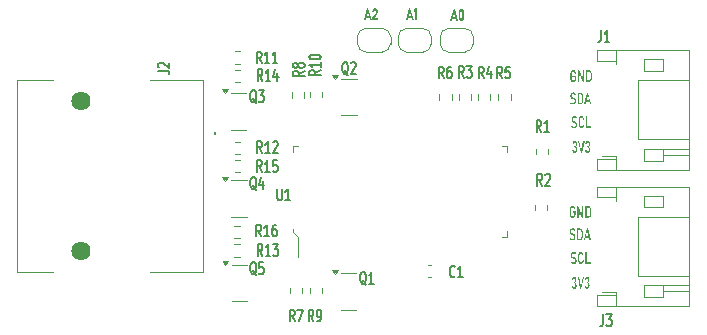
<source format=gbr>
G04 #@! TF.GenerationSoftware,KiCad,Pcbnew,8.0.0*
G04 #@! TF.CreationDate,2024-03-12T12:46:25+03:00*
G04 #@! TF.ProjectId,Maxxfan_ethernet_controller,4d617878-6661-46e5-9f65-746865726e65,rev?*
G04 #@! TF.SameCoordinates,Original*
G04 #@! TF.FileFunction,Legend,Top*
G04 #@! TF.FilePolarity,Positive*
%FSLAX46Y46*%
G04 Gerber Fmt 4.6, Leading zero omitted, Abs format (unit mm)*
G04 Created by KiCad (PCBNEW 8.0.0) date 2024-03-12 12:46:25*
%MOMM*%
%LPD*%
G01*
G04 APERTURE LIST*
%ADD10C,0.087500*%
%ADD11C,0.093750*%
%ADD12C,0.150000*%
%ADD13C,0.120000*%
%ADD14C,0.100000*%
%ADD15C,0.200000*%
%ADD16C,1.625000*%
G04 APERTURE END LIST*
D10*
G36*
X141146632Y-116940258D02*
G01*
X141109527Y-116938334D01*
X141073863Y-116932564D01*
X141050889Y-116926580D01*
X141015204Y-116913210D01*
X140981493Y-116895325D01*
X140966601Y-116885547D01*
X140935608Y-116860865D01*
X140906252Y-116831669D01*
X140893255Y-116816671D01*
X140954291Y-116709448D01*
X140982746Y-116740592D01*
X141013099Y-116765847D01*
X141042341Y-116783698D01*
X141076340Y-116797743D01*
X141112278Y-116805958D01*
X141146632Y-116808367D01*
X141182525Y-116805863D01*
X141217770Y-116797062D01*
X141250555Y-116779850D01*
X141264431Y-116768311D01*
X141289956Y-116733415D01*
X141304314Y-116685068D01*
X141306318Y-116654494D01*
X141306318Y-116653761D01*
X141300962Y-116604552D01*
X141287341Y-116571207D01*
X141259278Y-116539035D01*
X141238272Y-116525778D01*
X141203822Y-116511550D01*
X141169411Y-116500980D01*
X141160652Y-116498667D01*
X141157404Y-116497934D01*
X141154326Y-116497201D01*
X141147145Y-116495247D01*
X141109771Y-116485164D01*
X141073066Y-116473191D01*
X141038553Y-116459083D01*
X141032937Y-116456413D01*
X141001762Y-116435095D01*
X140974145Y-116403748D01*
X140957711Y-116377278D01*
X140939897Y-116332103D01*
X140930120Y-116281117D01*
X140926545Y-116227154D01*
X140926423Y-116214124D01*
X140926423Y-116213635D01*
X140928722Y-116163592D01*
X140936670Y-116113064D01*
X140950294Y-116067879D01*
X140955488Y-116055366D01*
X140978719Y-116013890D01*
X141005273Y-115982597D01*
X141037002Y-115957409D01*
X141040460Y-115955226D01*
X141073597Y-115938579D01*
X141110304Y-115927380D01*
X141145930Y-115921999D01*
X141174501Y-115920788D01*
X141209463Y-115923364D01*
X141243824Y-115931092D01*
X141248360Y-115932512D01*
X141282237Y-115945971D01*
X141315589Y-115964368D01*
X141319996Y-115967194D01*
X141350734Y-115989621D01*
X141381014Y-116016722D01*
X141389581Y-116025324D01*
X141333674Y-116136699D01*
X141303821Y-116108145D01*
X141271534Y-116083879D01*
X141254173Y-116073684D01*
X141219400Y-116059325D01*
X141184497Y-116053007D01*
X141174501Y-116052679D01*
X141136734Y-116055925D01*
X141100703Y-116067145D01*
X141068282Y-116088743D01*
X141063199Y-116093712D01*
X141039028Y-116129112D01*
X141025432Y-116178314D01*
X141023534Y-116209483D01*
X141023534Y-116209972D01*
X141029276Y-116258524D01*
X141043879Y-116291060D01*
X141071799Y-116320730D01*
X141095000Y-116334780D01*
X141128875Y-116348221D01*
X141163440Y-116359207D01*
X141179801Y-116363845D01*
X141183391Y-116365066D01*
X141187152Y-116366043D01*
X141192281Y-116367508D01*
X141197581Y-116368729D01*
X141231694Y-116379712D01*
X141265694Y-116393183D01*
X141298350Y-116409545D01*
X141303754Y-116412693D01*
X141336029Y-116438491D01*
X141361715Y-116471464D01*
X141374877Y-116494759D01*
X141391133Y-116538622D01*
X141400056Y-116587012D01*
X141403318Y-116637498D01*
X141403429Y-116649609D01*
X141403429Y-116651074D01*
X141401036Y-116700370D01*
X141392761Y-116750249D01*
X141378576Y-116794976D01*
X141373168Y-116807390D01*
X141349151Y-116848390D01*
X141321742Y-116879302D01*
X141289024Y-116904156D01*
X141285460Y-116906308D01*
X141251253Y-116922719D01*
X141217668Y-116932798D01*
X141181092Y-116938633D01*
X141146632Y-116940258D01*
G37*
G36*
X141768621Y-116940258D02*
G01*
X141733391Y-116937388D01*
X141696388Y-116927299D01*
X141662170Y-116909945D01*
X141640907Y-116894340D01*
X141611901Y-116865341D01*
X141586817Y-116830275D01*
X141565655Y-116789143D01*
X141555593Y-116763670D01*
X141540964Y-116714028D01*
X141531980Y-116666367D01*
X141526779Y-116615377D01*
X141525331Y-116568032D01*
X141525331Y-116293991D01*
X141527222Y-116239983D01*
X141532896Y-116189333D01*
X141542353Y-116142042D01*
X141555593Y-116098108D01*
X141574576Y-116053587D01*
X141597481Y-116015093D01*
X141624308Y-115982626D01*
X141640907Y-115967194D01*
X141673267Y-115944762D01*
X141708412Y-115929670D01*
X141746344Y-115921921D01*
X141768621Y-115920788D01*
X141805283Y-115924390D01*
X141840041Y-115935195D01*
X141872896Y-115953203D01*
X141879239Y-115957669D01*
X141909142Y-115983572D01*
X141935806Y-116015486D01*
X141959231Y-116053410D01*
X141963527Y-116061716D01*
X141982638Y-116105899D01*
X141997441Y-116154185D01*
X142007080Y-116201150D01*
X142009518Y-116217543D01*
X141908988Y-116217543D01*
X141895886Y-116170803D01*
X141878555Y-116134256D01*
X141853725Y-116099896D01*
X141828290Y-116077592D01*
X141795189Y-116061398D01*
X141768621Y-116057564D01*
X141733218Y-116063221D01*
X141699716Y-116081836D01*
X141693565Y-116087117D01*
X141666588Y-116120029D01*
X141645921Y-116163353D01*
X141643642Y-116169916D01*
X141632130Y-116216080D01*
X141626486Y-116268048D01*
X141625861Y-116293991D01*
X141625861Y-116568032D01*
X141628362Y-116618269D01*
X141636714Y-116667422D01*
X141643642Y-116691618D01*
X141661949Y-116733793D01*
X141687665Y-116768709D01*
X141693565Y-116774417D01*
X141726151Y-116795279D01*
X141760699Y-116803226D01*
X141768621Y-116803482D01*
X141802954Y-116797686D01*
X141828461Y-116785163D01*
X141858448Y-116758639D01*
X141878555Y-116730209D01*
X141897788Y-116687491D01*
X141908988Y-116643503D01*
X142009518Y-116643503D01*
X142001028Y-116691693D01*
X141987471Y-116741295D01*
X141969572Y-116786747D01*
X141963356Y-116799574D01*
X141940399Y-116838595D01*
X141914269Y-116871702D01*
X141884967Y-116898893D01*
X141878726Y-116903621D01*
X141846302Y-116922941D01*
X141812074Y-116935106D01*
X141776044Y-116940115D01*
X141768621Y-116940258D01*
G37*
G36*
X142145610Y-115931290D02*
G01*
X142243747Y-115931290D01*
X142243747Y-116930000D01*
X142145610Y-116930000D01*
X142145610Y-115931290D01*
G37*
G36*
X142194678Y-116796643D02*
G01*
X142594748Y-116796643D01*
X142594748Y-116930000D01*
X142194678Y-116930000D01*
X142194678Y-116796643D01*
G37*
D11*
G36*
X141202864Y-119040258D02*
G01*
X141167565Y-119037276D01*
X141131860Y-119027109D01*
X141099427Y-119009727D01*
X141068412Y-118982983D01*
X141042302Y-118948545D01*
X141027620Y-118921311D01*
X141010045Y-118874382D01*
X140998876Y-118825511D01*
X140993255Y-118781360D01*
X141093272Y-118781360D01*
X141102555Y-118828663D01*
X141111908Y-118851458D01*
X141138323Y-118884660D01*
X141149180Y-118892247D01*
X141182636Y-118904093D01*
X141202864Y-118905680D01*
X141238732Y-118899553D01*
X141271212Y-118877256D01*
X141278262Y-118868555D01*
X141297651Y-118827149D01*
X141305038Y-118776593D01*
X141305275Y-118764263D01*
X141305275Y-118733977D01*
X141301693Y-118682549D01*
X141288458Y-118634704D01*
X141279801Y-118618206D01*
X141251298Y-118588929D01*
X141216357Y-118577776D01*
X141207822Y-118577418D01*
X141158241Y-118577418D01*
X141158241Y-118444061D01*
X141207822Y-118444061D01*
X141242111Y-118436387D01*
X141271252Y-118409134D01*
X141288861Y-118363631D01*
X141293798Y-118313943D01*
X141293820Y-118309972D01*
X141293820Y-118279197D01*
X141288598Y-118229688D01*
X141270055Y-118187850D01*
X141239160Y-118162694D01*
X141205238Y-118155642D01*
X141202522Y-118155610D01*
X141167901Y-118163166D01*
X141157728Y-118169043D01*
X141129615Y-118200150D01*
X141124218Y-118210076D01*
X141108967Y-118255057D01*
X141104385Y-118279930D01*
X141004881Y-118279930D01*
X141012534Y-118231081D01*
X141024810Y-118182637D01*
X141041127Y-118139734D01*
X141063126Y-118099904D01*
X141089116Y-118067973D01*
X141108660Y-118051074D01*
X141141013Y-118032619D01*
X141176781Y-118022681D01*
X141202522Y-118020788D01*
X141240069Y-118024049D01*
X141273722Y-118033831D01*
X141307414Y-118052997D01*
X141336019Y-118080680D01*
X141342376Y-118088932D01*
X141366343Y-118131550D01*
X141381063Y-118176860D01*
X141389584Y-118229163D01*
X141391957Y-118280662D01*
X141391957Y-118297027D01*
X141388603Y-118346297D01*
X141377295Y-118394846D01*
X141363576Y-118427697D01*
X141338972Y-118465054D01*
X141307733Y-118493963D01*
X141283220Y-118508541D01*
X141316496Y-118524049D01*
X141347275Y-118551192D01*
X141371953Y-118588897D01*
X141389864Y-118635953D01*
X141399695Y-118685794D01*
X141403289Y-118736401D01*
X141403412Y-118748387D01*
X141403412Y-118764752D01*
X141401108Y-118816897D01*
X141393251Y-118868471D01*
X141379818Y-118913984D01*
X141359222Y-118956173D01*
X141332566Y-118990051D01*
X141311430Y-119008018D01*
X141278314Y-119026373D01*
X141244388Y-119036448D01*
X141206821Y-119040226D01*
X141202864Y-119040258D01*
G37*
G36*
X141482058Y-118031290D02*
G01*
X141588914Y-118031290D01*
X141756636Y-118814333D01*
X141924528Y-118031290D01*
X142031214Y-118031290D01*
X141803311Y-119030000D01*
X141710132Y-119030000D01*
X141482058Y-118031290D01*
G37*
G36*
X142295704Y-119040258D02*
G01*
X142260405Y-119037276D01*
X142224700Y-119027109D01*
X142192267Y-119009727D01*
X142161252Y-118982983D01*
X142135142Y-118948545D01*
X142120460Y-118921311D01*
X142102885Y-118874382D01*
X142091717Y-118825511D01*
X142086095Y-118781360D01*
X142186113Y-118781360D01*
X142195396Y-118828663D01*
X142204748Y-118851458D01*
X142231163Y-118884660D01*
X142242020Y-118892247D01*
X142275476Y-118904093D01*
X142295704Y-118905680D01*
X142331572Y-118899553D01*
X142364052Y-118877256D01*
X142371102Y-118868555D01*
X142390491Y-118827149D01*
X142397878Y-118776593D01*
X142398115Y-118764263D01*
X142398115Y-118733977D01*
X142394533Y-118682549D01*
X142381298Y-118634704D01*
X142372641Y-118618206D01*
X142344138Y-118588929D01*
X142309197Y-118577776D01*
X142300662Y-118577418D01*
X142251081Y-118577418D01*
X142251081Y-118444061D01*
X142300662Y-118444061D01*
X142334951Y-118436387D01*
X142364092Y-118409134D01*
X142381702Y-118363631D01*
X142386638Y-118313943D01*
X142386660Y-118309972D01*
X142386660Y-118279197D01*
X142381439Y-118229688D01*
X142362896Y-118187850D01*
X142332000Y-118162694D01*
X142298078Y-118155642D01*
X142295362Y-118155610D01*
X142260741Y-118163166D01*
X142250568Y-118169043D01*
X142222456Y-118200150D01*
X142217058Y-118210076D01*
X142201807Y-118255057D01*
X142197226Y-118279930D01*
X142097721Y-118279930D01*
X142105375Y-118231081D01*
X142117650Y-118182637D01*
X142133967Y-118139734D01*
X142155966Y-118099904D01*
X142181956Y-118067973D01*
X142201500Y-118051074D01*
X142233853Y-118032619D01*
X142269621Y-118022681D01*
X142295362Y-118020788D01*
X142332909Y-118024049D01*
X142366562Y-118033831D01*
X142400254Y-118052997D01*
X142428859Y-118080680D01*
X142435216Y-118088932D01*
X142459183Y-118131550D01*
X142473903Y-118176860D01*
X142482425Y-118229163D01*
X142484797Y-118280662D01*
X142484797Y-118297027D01*
X142481444Y-118346297D01*
X142470135Y-118394846D01*
X142456416Y-118427697D01*
X142431812Y-118465054D01*
X142400573Y-118493963D01*
X142376060Y-118508541D01*
X142409336Y-118524049D01*
X142440115Y-118551192D01*
X142464794Y-118588897D01*
X142482704Y-118635953D01*
X142492535Y-118685794D01*
X142496129Y-118736401D01*
X142496252Y-118748387D01*
X142496252Y-118764752D01*
X142493948Y-118816897D01*
X142486091Y-118868471D01*
X142472658Y-118913984D01*
X142452062Y-118956173D01*
X142425406Y-118990051D01*
X142404270Y-119008018D01*
X142371155Y-119026373D01*
X142337228Y-119036448D01*
X142299661Y-119040226D01*
X142295704Y-119040258D01*
G37*
D10*
G36*
X141046632Y-114940258D02*
G01*
X141009527Y-114938334D01*
X140973863Y-114932564D01*
X140950889Y-114926580D01*
X140915204Y-114913210D01*
X140881493Y-114895325D01*
X140866601Y-114885547D01*
X140835608Y-114860865D01*
X140806252Y-114831669D01*
X140793255Y-114816671D01*
X140854291Y-114709448D01*
X140882746Y-114740592D01*
X140913099Y-114765847D01*
X140942341Y-114783698D01*
X140976340Y-114797743D01*
X141012278Y-114805958D01*
X141046632Y-114808367D01*
X141082525Y-114805863D01*
X141117770Y-114797062D01*
X141150555Y-114779850D01*
X141164431Y-114768311D01*
X141189956Y-114733415D01*
X141204314Y-114685068D01*
X141206318Y-114654494D01*
X141206318Y-114653761D01*
X141200962Y-114604552D01*
X141187341Y-114571207D01*
X141159278Y-114539035D01*
X141138272Y-114525778D01*
X141103822Y-114511550D01*
X141069411Y-114500980D01*
X141060652Y-114498667D01*
X141057404Y-114497934D01*
X141054326Y-114497201D01*
X141047145Y-114495247D01*
X141009771Y-114485164D01*
X140973066Y-114473191D01*
X140938553Y-114459083D01*
X140932937Y-114456413D01*
X140901762Y-114435095D01*
X140874145Y-114403748D01*
X140857711Y-114377278D01*
X140839897Y-114332103D01*
X140830120Y-114281117D01*
X140826545Y-114227154D01*
X140826423Y-114214124D01*
X140826423Y-114213635D01*
X140828722Y-114163592D01*
X140836670Y-114113064D01*
X140850294Y-114067879D01*
X140855488Y-114055366D01*
X140878719Y-114013890D01*
X140905273Y-113982597D01*
X140937002Y-113957409D01*
X140940460Y-113955226D01*
X140973597Y-113938579D01*
X141010304Y-113927380D01*
X141045930Y-113921999D01*
X141074501Y-113920788D01*
X141109463Y-113923364D01*
X141143824Y-113931092D01*
X141148360Y-113932512D01*
X141182237Y-113945971D01*
X141215589Y-113964368D01*
X141219996Y-113967194D01*
X141250734Y-113989621D01*
X141281014Y-114016722D01*
X141289581Y-114025324D01*
X141233674Y-114136699D01*
X141203821Y-114108145D01*
X141171534Y-114083879D01*
X141154173Y-114073684D01*
X141119400Y-114059325D01*
X141084497Y-114053007D01*
X141074501Y-114052679D01*
X141036734Y-114055925D01*
X141000703Y-114067145D01*
X140968282Y-114088743D01*
X140963199Y-114093712D01*
X140939028Y-114129112D01*
X140925432Y-114178314D01*
X140923534Y-114209483D01*
X140923534Y-114209972D01*
X140929276Y-114258524D01*
X140943879Y-114291060D01*
X140971799Y-114320730D01*
X140995000Y-114334780D01*
X141028875Y-114348221D01*
X141063440Y-114359207D01*
X141079801Y-114363845D01*
X141083391Y-114365066D01*
X141087152Y-114366043D01*
X141092281Y-114367508D01*
X141097581Y-114368729D01*
X141131694Y-114379712D01*
X141165694Y-114393183D01*
X141198350Y-114409545D01*
X141203754Y-114412693D01*
X141236029Y-114438491D01*
X141261715Y-114471464D01*
X141274877Y-114494759D01*
X141291133Y-114538622D01*
X141300056Y-114587012D01*
X141303318Y-114637498D01*
X141303429Y-114649609D01*
X141303429Y-114651074D01*
X141301036Y-114700370D01*
X141292761Y-114750249D01*
X141278576Y-114794976D01*
X141273168Y-114807390D01*
X141249151Y-114848390D01*
X141221742Y-114879302D01*
X141189024Y-114904156D01*
X141185460Y-114906308D01*
X141151253Y-114922719D01*
X141117668Y-114932798D01*
X141081092Y-114938633D01*
X141046632Y-114940258D01*
G37*
G36*
X141506029Y-114796643D02*
G01*
X141664347Y-114796643D01*
X141700881Y-114793071D01*
X141736745Y-114780513D01*
X141770091Y-114755955D01*
X141784197Y-114739490D01*
X141806647Y-114699014D01*
X141820782Y-114649330D01*
X141826394Y-114596743D01*
X141826769Y-114577557D01*
X141826769Y-114283489D01*
X141824108Y-114234274D01*
X141814754Y-114185914D01*
X141796461Y-114140881D01*
X141784197Y-114121800D01*
X141754274Y-114091532D01*
X141721490Y-114073876D01*
X141687694Y-114065804D01*
X141664347Y-114064403D01*
X141506029Y-114064403D01*
X141506029Y-113931290D01*
X141661441Y-113931290D01*
X141697072Y-113933301D01*
X141734928Y-113940521D01*
X141769729Y-113952993D01*
X141805226Y-113973300D01*
X141836531Y-113999846D01*
X141863319Y-114032497D01*
X141885590Y-114071253D01*
X141896011Y-114095422D01*
X141911136Y-114143230D01*
X141921310Y-114196255D01*
X141926199Y-114247767D01*
X141927299Y-114289106D01*
X141927299Y-114572184D01*
X141925343Y-114626787D01*
X141919477Y-114677269D01*
X141908202Y-114729135D01*
X141896011Y-114765868D01*
X141876223Y-114808035D01*
X141851863Y-114844136D01*
X141822932Y-114874170D01*
X141804884Y-114888234D01*
X141769304Y-114908423D01*
X141734453Y-114920823D01*
X141696567Y-114928001D01*
X141660928Y-114930000D01*
X141506029Y-114930000D01*
X141506029Y-114796643D01*
G37*
G36*
X141439692Y-113931290D02*
G01*
X141537829Y-113931290D01*
X141537829Y-114930000D01*
X141439692Y-114930000D01*
X141439692Y-113931290D01*
G37*
G36*
X142258639Y-113931290D02*
G01*
X142342243Y-113931290D01*
X142600066Y-114930000D01*
X142494235Y-114930000D01*
X142300526Y-114124242D01*
X142106646Y-114930000D01*
X142000987Y-114930000D01*
X142258639Y-113931290D01*
G37*
G36*
X142119640Y-114577557D02*
G01*
X142487568Y-114577557D01*
X142487568Y-114710914D01*
X142119640Y-114710914D01*
X142119640Y-114577557D01*
G37*
D11*
G36*
X141314542Y-112492177D02*
G01*
X141314542Y-112666566D01*
X141312651Y-112720590D01*
X141306977Y-112771285D01*
X141297520Y-112818653D01*
X141284281Y-112862693D01*
X141265257Y-112907333D01*
X141242230Y-112945906D01*
X141215200Y-112978413D01*
X141198454Y-112993852D01*
X141165805Y-113016284D01*
X141130371Y-113031375D01*
X141096535Y-113038626D01*
X141069713Y-113040258D01*
X141033820Y-113037540D01*
X140996123Y-113027988D01*
X140961266Y-113011557D01*
X140939605Y-112996782D01*
X140910145Y-112969350D01*
X140884662Y-112936238D01*
X140863154Y-112897446D01*
X140852923Y-112873440D01*
X140838047Y-112826524D01*
X140828039Y-112775629D01*
X140823231Y-112727048D01*
X140822149Y-112688548D01*
X140822149Y-112393991D01*
X140824040Y-112339983D01*
X140829714Y-112289333D01*
X140839171Y-112242042D01*
X140852411Y-112198108D01*
X140871434Y-112153587D01*
X140894461Y-112115093D01*
X140921491Y-112082626D01*
X140938237Y-112067194D01*
X140970872Y-112044762D01*
X141006266Y-112029670D01*
X141044419Y-112021921D01*
X141066807Y-112020788D01*
X141103485Y-112024390D01*
X141138294Y-112035195D01*
X141171232Y-112053203D01*
X141177595Y-112057669D01*
X141207712Y-112083572D01*
X141234590Y-112115486D01*
X141258229Y-112153410D01*
X141262568Y-112161716D01*
X141281768Y-112205899D01*
X141296628Y-112254185D01*
X141306290Y-112301150D01*
X141308729Y-112317543D01*
X141202557Y-112317543D01*
X141190846Y-112271015D01*
X141173150Y-112231570D01*
X141147605Y-112196390D01*
X141124595Y-112176615D01*
X141090778Y-112160708D01*
X141066807Y-112157564D01*
X141030987Y-112163221D01*
X140997112Y-112181836D01*
X140990896Y-112187117D01*
X140963550Y-112220029D01*
X140943925Y-112260141D01*
X140940460Y-112269916D01*
X140928948Y-112316080D01*
X140923304Y-112368048D01*
X140922679Y-112393991D01*
X140922679Y-112688548D01*
X140925670Y-112738436D01*
X140935581Y-112786120D01*
X140940802Y-112801632D01*
X140961258Y-112842247D01*
X140988326Y-112873417D01*
X140992435Y-112876859D01*
X141026105Y-112895968D01*
X141061597Y-112903248D01*
X141069713Y-112903482D01*
X141105533Y-112898199D01*
X141139408Y-112880815D01*
X141145624Y-112875882D01*
X141173093Y-112844305D01*
X141193950Y-112801779D01*
X141196231Y-112795282D01*
X141207744Y-112748914D01*
X141213161Y-112700244D01*
X141214012Y-112669253D01*
X141214012Y-112626022D01*
X141072107Y-112626022D01*
X141072107Y-112492177D01*
X141314542Y-112492177D01*
G37*
G36*
X141469783Y-112031290D02*
G01*
X141558859Y-112031290D01*
X141900628Y-112803342D01*
X141889173Y-112821172D01*
X141889173Y-112031290D01*
X141986284Y-112031290D01*
X141986284Y-113029267D01*
X141896353Y-113029267D01*
X141555439Y-112268939D01*
X141566894Y-112251109D01*
X141566894Y-113029267D01*
X141469783Y-113029267D01*
X141469783Y-112031290D01*
G37*
G36*
X142222051Y-112896643D02*
G01*
X142380369Y-112896643D01*
X142416904Y-112893071D01*
X142452768Y-112880513D01*
X142486113Y-112855955D01*
X142500219Y-112839490D01*
X142522669Y-112799014D01*
X142536804Y-112749330D01*
X142542417Y-112696743D01*
X142542791Y-112677557D01*
X142542791Y-112383489D01*
X142540130Y-112334274D01*
X142530776Y-112285914D01*
X142512484Y-112240881D01*
X142500219Y-112221800D01*
X142470296Y-112191532D01*
X142437513Y-112173876D01*
X142403717Y-112165804D01*
X142380369Y-112164403D01*
X142222051Y-112164403D01*
X142222051Y-112031290D01*
X142377463Y-112031290D01*
X142413094Y-112033301D01*
X142450951Y-112040521D01*
X142485751Y-112052993D01*
X142521249Y-112073300D01*
X142552554Y-112099846D01*
X142579342Y-112132497D01*
X142601613Y-112171253D01*
X142612034Y-112195422D01*
X142627158Y-112243230D01*
X142637333Y-112296255D01*
X142642221Y-112347767D01*
X142643321Y-112389106D01*
X142643321Y-112672184D01*
X142641366Y-112726787D01*
X142635499Y-112777269D01*
X142624225Y-112829135D01*
X142612034Y-112865868D01*
X142592245Y-112908035D01*
X142567885Y-112944136D01*
X142538955Y-112974170D01*
X142520907Y-112988234D01*
X142485327Y-113008423D01*
X142450475Y-113020823D01*
X142412590Y-113028001D01*
X142376950Y-113030000D01*
X142222051Y-113030000D01*
X142222051Y-112896643D01*
G37*
G36*
X142155715Y-112031290D02*
G01*
X142253852Y-112031290D01*
X142253852Y-113030000D01*
X142155715Y-113030000D01*
X142155715Y-112031290D01*
G37*
D10*
G36*
X141196632Y-105440258D02*
G01*
X141159527Y-105438334D01*
X141123863Y-105432564D01*
X141100889Y-105426580D01*
X141065204Y-105413210D01*
X141031493Y-105395325D01*
X141016601Y-105385547D01*
X140985608Y-105360865D01*
X140956252Y-105331669D01*
X140943255Y-105316671D01*
X141004291Y-105209448D01*
X141032746Y-105240592D01*
X141063099Y-105265847D01*
X141092341Y-105283698D01*
X141126340Y-105297743D01*
X141162278Y-105305958D01*
X141196632Y-105308367D01*
X141232525Y-105305863D01*
X141267770Y-105297062D01*
X141300555Y-105279850D01*
X141314431Y-105268311D01*
X141339956Y-105233415D01*
X141354314Y-105185068D01*
X141356318Y-105154494D01*
X141356318Y-105153761D01*
X141350962Y-105104552D01*
X141337341Y-105071207D01*
X141309278Y-105039035D01*
X141288272Y-105025778D01*
X141253822Y-105011550D01*
X141219411Y-105000980D01*
X141210652Y-104998667D01*
X141207404Y-104997934D01*
X141204326Y-104997201D01*
X141197145Y-104995247D01*
X141159771Y-104985164D01*
X141123066Y-104973191D01*
X141088553Y-104959083D01*
X141082937Y-104956413D01*
X141051762Y-104935095D01*
X141024145Y-104903748D01*
X141007711Y-104877278D01*
X140989897Y-104832103D01*
X140980120Y-104781117D01*
X140976545Y-104727154D01*
X140976423Y-104714124D01*
X140976423Y-104713635D01*
X140978722Y-104663592D01*
X140986670Y-104613064D01*
X141000294Y-104567879D01*
X141005488Y-104555366D01*
X141028719Y-104513890D01*
X141055273Y-104482597D01*
X141087002Y-104457409D01*
X141090460Y-104455226D01*
X141123597Y-104438579D01*
X141160304Y-104427380D01*
X141195930Y-104421999D01*
X141224501Y-104420788D01*
X141259463Y-104423364D01*
X141293824Y-104431092D01*
X141298360Y-104432512D01*
X141332237Y-104445971D01*
X141365589Y-104464368D01*
X141369996Y-104467194D01*
X141400734Y-104489621D01*
X141431014Y-104516722D01*
X141439581Y-104525324D01*
X141383674Y-104636699D01*
X141353821Y-104608145D01*
X141321534Y-104583879D01*
X141304173Y-104573684D01*
X141269400Y-104559325D01*
X141234497Y-104553007D01*
X141224501Y-104552679D01*
X141186734Y-104555925D01*
X141150703Y-104567145D01*
X141118282Y-104588743D01*
X141113199Y-104593712D01*
X141089028Y-104629112D01*
X141075432Y-104678314D01*
X141073534Y-104709483D01*
X141073534Y-104709972D01*
X141079276Y-104758524D01*
X141093879Y-104791060D01*
X141121799Y-104820730D01*
X141145000Y-104834780D01*
X141178875Y-104848221D01*
X141213440Y-104859207D01*
X141229801Y-104863845D01*
X141233391Y-104865066D01*
X141237152Y-104866043D01*
X141242281Y-104867508D01*
X141247581Y-104868729D01*
X141281694Y-104879712D01*
X141315694Y-104893183D01*
X141348350Y-104909545D01*
X141353754Y-104912693D01*
X141386029Y-104938491D01*
X141411715Y-104971464D01*
X141424877Y-104994759D01*
X141441133Y-105038622D01*
X141450056Y-105087012D01*
X141453318Y-105137498D01*
X141453429Y-105149609D01*
X141453429Y-105151074D01*
X141451036Y-105200370D01*
X141442761Y-105250249D01*
X141428576Y-105294976D01*
X141423168Y-105307390D01*
X141399151Y-105348390D01*
X141371742Y-105379302D01*
X141339024Y-105404156D01*
X141335460Y-105406308D01*
X141301253Y-105422719D01*
X141267668Y-105432798D01*
X141231092Y-105438633D01*
X141196632Y-105440258D01*
G37*
G36*
X141818621Y-105440258D02*
G01*
X141783391Y-105437388D01*
X141746388Y-105427299D01*
X141712170Y-105409945D01*
X141690907Y-105394340D01*
X141661901Y-105365341D01*
X141636817Y-105330275D01*
X141615655Y-105289143D01*
X141605593Y-105263670D01*
X141590964Y-105214028D01*
X141581980Y-105166367D01*
X141576779Y-105115377D01*
X141575331Y-105068032D01*
X141575331Y-104793991D01*
X141577222Y-104739983D01*
X141582896Y-104689333D01*
X141592353Y-104642042D01*
X141605593Y-104598108D01*
X141624576Y-104553587D01*
X141647481Y-104515093D01*
X141674308Y-104482626D01*
X141690907Y-104467194D01*
X141723267Y-104444762D01*
X141758412Y-104429670D01*
X141796344Y-104421921D01*
X141818621Y-104420788D01*
X141855283Y-104424390D01*
X141890041Y-104435195D01*
X141922896Y-104453203D01*
X141929239Y-104457669D01*
X141959142Y-104483572D01*
X141985806Y-104515486D01*
X142009231Y-104553410D01*
X142013527Y-104561716D01*
X142032638Y-104605899D01*
X142047441Y-104654185D01*
X142057080Y-104701150D01*
X142059518Y-104717543D01*
X141958988Y-104717543D01*
X141945886Y-104670803D01*
X141928555Y-104634256D01*
X141903725Y-104599896D01*
X141878290Y-104577592D01*
X141845189Y-104561398D01*
X141818621Y-104557564D01*
X141783218Y-104563221D01*
X141749716Y-104581836D01*
X141743565Y-104587117D01*
X141716588Y-104620029D01*
X141695921Y-104663353D01*
X141693642Y-104669916D01*
X141682130Y-104716080D01*
X141676486Y-104768048D01*
X141675861Y-104793991D01*
X141675861Y-105068032D01*
X141678362Y-105118269D01*
X141686714Y-105167422D01*
X141693642Y-105191618D01*
X141711949Y-105233793D01*
X141737665Y-105268709D01*
X141743565Y-105274417D01*
X141776151Y-105295279D01*
X141810699Y-105303226D01*
X141818621Y-105303482D01*
X141852954Y-105297686D01*
X141878461Y-105285163D01*
X141908448Y-105258639D01*
X141928555Y-105230209D01*
X141947788Y-105187491D01*
X141958988Y-105143503D01*
X142059518Y-105143503D01*
X142051028Y-105191693D01*
X142037471Y-105241295D01*
X142019572Y-105286747D01*
X142013356Y-105299574D01*
X141990399Y-105338595D01*
X141964269Y-105371702D01*
X141934967Y-105398893D01*
X141928726Y-105403621D01*
X141896302Y-105422941D01*
X141862074Y-105435106D01*
X141826044Y-105440115D01*
X141818621Y-105440258D01*
G37*
G36*
X142195610Y-104431290D02*
G01*
X142293747Y-104431290D01*
X142293747Y-105430000D01*
X142195610Y-105430000D01*
X142195610Y-104431290D01*
G37*
G36*
X142244678Y-105296643D02*
G01*
X142644748Y-105296643D01*
X142644748Y-105430000D01*
X142244678Y-105430000D01*
X142244678Y-105296643D01*
G37*
D11*
G36*
X141364542Y-100992177D02*
G01*
X141364542Y-101166566D01*
X141362651Y-101220590D01*
X141356977Y-101271285D01*
X141347520Y-101318653D01*
X141334281Y-101362693D01*
X141315257Y-101407333D01*
X141292230Y-101445906D01*
X141265200Y-101478413D01*
X141248454Y-101493852D01*
X141215805Y-101516284D01*
X141180371Y-101531375D01*
X141146535Y-101538626D01*
X141119713Y-101540258D01*
X141083820Y-101537540D01*
X141046123Y-101527988D01*
X141011266Y-101511557D01*
X140989605Y-101496782D01*
X140960145Y-101469350D01*
X140934662Y-101436238D01*
X140913154Y-101397446D01*
X140902923Y-101373440D01*
X140888047Y-101326524D01*
X140878039Y-101275629D01*
X140873231Y-101227048D01*
X140872149Y-101188548D01*
X140872149Y-100893991D01*
X140874040Y-100839983D01*
X140879714Y-100789333D01*
X140889171Y-100742042D01*
X140902411Y-100698108D01*
X140921434Y-100653587D01*
X140944461Y-100615093D01*
X140971491Y-100582626D01*
X140988237Y-100567194D01*
X141020872Y-100544762D01*
X141056266Y-100529670D01*
X141094419Y-100521921D01*
X141116807Y-100520788D01*
X141153485Y-100524390D01*
X141188294Y-100535195D01*
X141221232Y-100553203D01*
X141227595Y-100557669D01*
X141257712Y-100583572D01*
X141284590Y-100615486D01*
X141308229Y-100653410D01*
X141312568Y-100661716D01*
X141331768Y-100705899D01*
X141346628Y-100754185D01*
X141356290Y-100801150D01*
X141358729Y-100817543D01*
X141252557Y-100817543D01*
X141240846Y-100771015D01*
X141223150Y-100731570D01*
X141197605Y-100696390D01*
X141174595Y-100676615D01*
X141140778Y-100660708D01*
X141116807Y-100657564D01*
X141080987Y-100663221D01*
X141047112Y-100681836D01*
X141040896Y-100687117D01*
X141013550Y-100720029D01*
X140993925Y-100760141D01*
X140990460Y-100769916D01*
X140978948Y-100816080D01*
X140973304Y-100868048D01*
X140972679Y-100893991D01*
X140972679Y-101188548D01*
X140975670Y-101238436D01*
X140985581Y-101286120D01*
X140990802Y-101301632D01*
X141011258Y-101342247D01*
X141038326Y-101373417D01*
X141042435Y-101376859D01*
X141076105Y-101395968D01*
X141111597Y-101403248D01*
X141119713Y-101403482D01*
X141155533Y-101398199D01*
X141189408Y-101380815D01*
X141195624Y-101375882D01*
X141223093Y-101344305D01*
X141243950Y-101301779D01*
X141246231Y-101295282D01*
X141257744Y-101248914D01*
X141263161Y-101200244D01*
X141264012Y-101169253D01*
X141264012Y-101126022D01*
X141122107Y-101126022D01*
X141122107Y-100992177D01*
X141364542Y-100992177D01*
G37*
G36*
X141519783Y-100531290D02*
G01*
X141608859Y-100531290D01*
X141950628Y-101303342D01*
X141939173Y-101321172D01*
X141939173Y-100531290D01*
X142036284Y-100531290D01*
X142036284Y-101529267D01*
X141946353Y-101529267D01*
X141605439Y-100768939D01*
X141616894Y-100751109D01*
X141616894Y-101529267D01*
X141519783Y-101529267D01*
X141519783Y-100531290D01*
G37*
G36*
X142272051Y-101396643D02*
G01*
X142430369Y-101396643D01*
X142466904Y-101393071D01*
X142502768Y-101380513D01*
X142536113Y-101355955D01*
X142550219Y-101339490D01*
X142572669Y-101299014D01*
X142586804Y-101249330D01*
X142592417Y-101196743D01*
X142592791Y-101177557D01*
X142592791Y-100883489D01*
X142590130Y-100834274D01*
X142580776Y-100785914D01*
X142562484Y-100740881D01*
X142550219Y-100721800D01*
X142520296Y-100691532D01*
X142487513Y-100673876D01*
X142453717Y-100665804D01*
X142430369Y-100664403D01*
X142272051Y-100664403D01*
X142272051Y-100531290D01*
X142427463Y-100531290D01*
X142463094Y-100533301D01*
X142500951Y-100540521D01*
X142535751Y-100552993D01*
X142571249Y-100573300D01*
X142602554Y-100599846D01*
X142629342Y-100632497D01*
X142651613Y-100671253D01*
X142662034Y-100695422D01*
X142677158Y-100743230D01*
X142687333Y-100796255D01*
X142692221Y-100847767D01*
X142693321Y-100889106D01*
X142693321Y-101172184D01*
X142691366Y-101226787D01*
X142685499Y-101277269D01*
X142674225Y-101329135D01*
X142662034Y-101365868D01*
X142642245Y-101408035D01*
X142617885Y-101444136D01*
X142588955Y-101474170D01*
X142570907Y-101488234D01*
X142535327Y-101508423D01*
X142500475Y-101520823D01*
X142462590Y-101528001D01*
X142426950Y-101530000D01*
X142272051Y-101530000D01*
X142272051Y-101396643D01*
G37*
G36*
X142205715Y-100531290D02*
G01*
X142303852Y-100531290D01*
X142303852Y-101530000D01*
X142205715Y-101530000D01*
X142205715Y-100531290D01*
G37*
D12*
G36*
X127234255Y-95306290D02*
G01*
X127323831Y-95306290D01*
X127610327Y-96305000D01*
X127458286Y-96305000D01*
X127279134Y-95622829D01*
X127099799Y-96305000D01*
X126947758Y-96305000D01*
X127234255Y-95306290D01*
G37*
G36*
X127085327Y-95963548D02*
G01*
X127479535Y-95963548D01*
X127479535Y-96145020D01*
X127085327Y-96145020D01*
X127085327Y-95963548D01*
G37*
G36*
X127885101Y-96305000D02*
G01*
X127744050Y-96305000D01*
X127744050Y-95527330D01*
X127652826Y-95573492D01*
X127652826Y-95373457D01*
X127764567Y-95306290D01*
X127885101Y-95306290D01*
X127885101Y-96305000D01*
G37*
G36*
X130984255Y-95356290D02*
G01*
X131073831Y-95356290D01*
X131360327Y-96355000D01*
X131208286Y-96355000D01*
X131029134Y-95672829D01*
X130849799Y-96355000D01*
X130697758Y-96355000D01*
X130984255Y-95356290D01*
G37*
G36*
X130835327Y-96013548D02*
G01*
X131229535Y-96013548D01*
X131229535Y-96195020D01*
X130835327Y-96195020D01*
X130835327Y-96013548D01*
G37*
G36*
X131681727Y-95346444D02*
G01*
X131722904Y-95356088D01*
X131759049Y-95372838D01*
X131794197Y-95400682D01*
X131809307Y-95418084D01*
X131834391Y-95458934D01*
X131852309Y-95507477D01*
X131862108Y-95556263D01*
X131866419Y-95610940D01*
X131866643Y-95627644D01*
X131866643Y-96081692D01*
X131863891Y-96137694D01*
X131855633Y-96187947D01*
X131839456Y-96238337D01*
X131816089Y-96281217D01*
X131809124Y-96290764D01*
X131777136Y-96323355D01*
X131743849Y-96344233D01*
X131705619Y-96357983D01*
X131668915Y-96364094D01*
X131642428Y-96365258D01*
X131603129Y-96362613D01*
X131561952Y-96352842D01*
X131525807Y-96335872D01*
X131490659Y-96307662D01*
X131475549Y-96290031D01*
X131450545Y-96248800D01*
X131432684Y-96200333D01*
X131422917Y-96151989D01*
X131418619Y-96098105D01*
X131418396Y-96081692D01*
X131418396Y-96033576D01*
X131559446Y-96033576D01*
X131562280Y-96083390D01*
X131573792Y-96132230D01*
X131579596Y-96145195D01*
X131609394Y-96176596D01*
X131642428Y-96184030D01*
X131679568Y-96174321D01*
X131705259Y-96145195D01*
X131720372Y-96097873D01*
X131725232Y-96046925D01*
X131725409Y-96033576D01*
X131725409Y-95675516D01*
X131722576Y-95625702D01*
X131711064Y-95576862D01*
X131705259Y-95563897D01*
X131675552Y-95532495D01*
X131642428Y-95525062D01*
X131605379Y-95534771D01*
X131579596Y-95563897D01*
X131564484Y-95611219D01*
X131559624Y-95662167D01*
X131559446Y-95675516D01*
X131559446Y-96033576D01*
X131418396Y-96033576D01*
X131418396Y-95627644D01*
X131421140Y-95571546D01*
X131429371Y-95521222D01*
X131445496Y-95470778D01*
X131468789Y-95427876D01*
X131475732Y-95418328D01*
X131507720Y-95385737D01*
X131541007Y-95364858D01*
X131579237Y-95351109D01*
X131615941Y-95344998D01*
X131642428Y-95343834D01*
X131681727Y-95346444D01*
G37*
G36*
X123684255Y-95306290D02*
G01*
X123773831Y-95306290D01*
X124060327Y-96305000D01*
X123908286Y-96305000D01*
X123729134Y-95622829D01*
X123549799Y-96305000D01*
X123397758Y-96305000D01*
X123684255Y-95306290D01*
G37*
G36*
X123535327Y-95963548D02*
G01*
X123929535Y-95963548D01*
X123929535Y-96145020D01*
X123535327Y-96145020D01*
X123535327Y-95963548D01*
G37*
G36*
X124122426Y-96135251D02*
G01*
X124379431Y-95684623D01*
X124399801Y-95642392D01*
X124406542Y-95622585D01*
X124415732Y-95573494D01*
X124416067Y-95562990D01*
X124416067Y-95561769D01*
X124405942Y-95513075D01*
X124396467Y-95499242D01*
X124361724Y-95479407D01*
X124340779Y-95477260D01*
X124303946Y-95488024D01*
X124284176Y-95507791D01*
X124265191Y-95550329D01*
X124257798Y-95594741D01*
X124257798Y-95595474D01*
X124113084Y-95595474D01*
X124113084Y-95594741D01*
X124117602Y-95544209D01*
X124127176Y-95492956D01*
X124141544Y-95446855D01*
X124146789Y-95434030D01*
X124169216Y-95391465D01*
X124196448Y-95356462D01*
X124225375Y-95331203D01*
X124261218Y-95311040D01*
X124296995Y-95299973D01*
X124335814Y-95295823D01*
X124339863Y-95295788D01*
X124377616Y-95298222D01*
X124415791Y-95306637D01*
X124453197Y-95322836D01*
X124459481Y-95326563D01*
X124493502Y-95353376D01*
X124520824Y-95388020D01*
X124535319Y-95415467D01*
X124551170Y-95462614D01*
X124559273Y-95511745D01*
X124561331Y-95556151D01*
X124561331Y-95556884D01*
X124558832Y-95607820D01*
X124551336Y-95658412D01*
X124543562Y-95691950D01*
X124528252Y-95740356D01*
X124508975Y-95785190D01*
X124493920Y-95813094D01*
X124309455Y-96123527D01*
X124565544Y-96123527D01*
X124565544Y-96305000D01*
X124122426Y-96305000D01*
X124122426Y-96135251D01*
G37*
D10*
G36*
X141096632Y-103440258D02*
G01*
X141059527Y-103438334D01*
X141023863Y-103432564D01*
X141000889Y-103426580D01*
X140965204Y-103413210D01*
X140931493Y-103395325D01*
X140916601Y-103385547D01*
X140885608Y-103360865D01*
X140856252Y-103331669D01*
X140843255Y-103316671D01*
X140904291Y-103209448D01*
X140932746Y-103240592D01*
X140963099Y-103265847D01*
X140992341Y-103283698D01*
X141026340Y-103297743D01*
X141062278Y-103305958D01*
X141096632Y-103308367D01*
X141132525Y-103305863D01*
X141167770Y-103297062D01*
X141200555Y-103279850D01*
X141214431Y-103268311D01*
X141239956Y-103233415D01*
X141254314Y-103185068D01*
X141256318Y-103154494D01*
X141256318Y-103153761D01*
X141250962Y-103104552D01*
X141237341Y-103071207D01*
X141209278Y-103039035D01*
X141188272Y-103025778D01*
X141153822Y-103011550D01*
X141119411Y-103000980D01*
X141110652Y-102998667D01*
X141107404Y-102997934D01*
X141104326Y-102997201D01*
X141097145Y-102995247D01*
X141059771Y-102985164D01*
X141023066Y-102973191D01*
X140988553Y-102959083D01*
X140982937Y-102956413D01*
X140951762Y-102935095D01*
X140924145Y-102903748D01*
X140907711Y-102877278D01*
X140889897Y-102832103D01*
X140880120Y-102781117D01*
X140876545Y-102727154D01*
X140876423Y-102714124D01*
X140876423Y-102713635D01*
X140878722Y-102663592D01*
X140886670Y-102613064D01*
X140900294Y-102567879D01*
X140905488Y-102555366D01*
X140928719Y-102513890D01*
X140955273Y-102482597D01*
X140987002Y-102457409D01*
X140990460Y-102455226D01*
X141023597Y-102438579D01*
X141060304Y-102427380D01*
X141095930Y-102421999D01*
X141124501Y-102420788D01*
X141159463Y-102423364D01*
X141193824Y-102431092D01*
X141198360Y-102432512D01*
X141232237Y-102445971D01*
X141265589Y-102464368D01*
X141269996Y-102467194D01*
X141300734Y-102489621D01*
X141331014Y-102516722D01*
X141339581Y-102525324D01*
X141283674Y-102636699D01*
X141253821Y-102608145D01*
X141221534Y-102583879D01*
X141204173Y-102573684D01*
X141169400Y-102559325D01*
X141134497Y-102553007D01*
X141124501Y-102552679D01*
X141086734Y-102555925D01*
X141050703Y-102567145D01*
X141018282Y-102588743D01*
X141013199Y-102593712D01*
X140989028Y-102629112D01*
X140975432Y-102678314D01*
X140973534Y-102709483D01*
X140973534Y-102709972D01*
X140979276Y-102758524D01*
X140993879Y-102791060D01*
X141021799Y-102820730D01*
X141045000Y-102834780D01*
X141078875Y-102848221D01*
X141113440Y-102859207D01*
X141129801Y-102863845D01*
X141133391Y-102865066D01*
X141137152Y-102866043D01*
X141142281Y-102867508D01*
X141147581Y-102868729D01*
X141181694Y-102879712D01*
X141215694Y-102893183D01*
X141248350Y-102909545D01*
X141253754Y-102912693D01*
X141286029Y-102938491D01*
X141311715Y-102971464D01*
X141324877Y-102994759D01*
X141341133Y-103038622D01*
X141350056Y-103087012D01*
X141353318Y-103137498D01*
X141353429Y-103149609D01*
X141353429Y-103151074D01*
X141351036Y-103200370D01*
X141342761Y-103250249D01*
X141328576Y-103294976D01*
X141323168Y-103307390D01*
X141299151Y-103348390D01*
X141271742Y-103379302D01*
X141239024Y-103404156D01*
X141235460Y-103406308D01*
X141201253Y-103422719D01*
X141167668Y-103432798D01*
X141131092Y-103438633D01*
X141096632Y-103440258D01*
G37*
G36*
X141556029Y-103296643D02*
G01*
X141714347Y-103296643D01*
X141750881Y-103293071D01*
X141786745Y-103280513D01*
X141820091Y-103255955D01*
X141834197Y-103239490D01*
X141856647Y-103199014D01*
X141870782Y-103149330D01*
X141876394Y-103096743D01*
X141876769Y-103077557D01*
X141876769Y-102783489D01*
X141874108Y-102734274D01*
X141864754Y-102685914D01*
X141846461Y-102640881D01*
X141834197Y-102621800D01*
X141804274Y-102591532D01*
X141771490Y-102573876D01*
X141737694Y-102565804D01*
X141714347Y-102564403D01*
X141556029Y-102564403D01*
X141556029Y-102431290D01*
X141711441Y-102431290D01*
X141747072Y-102433301D01*
X141784928Y-102440521D01*
X141819729Y-102452993D01*
X141855226Y-102473300D01*
X141886531Y-102499846D01*
X141913319Y-102532497D01*
X141935590Y-102571253D01*
X141946011Y-102595422D01*
X141961136Y-102643230D01*
X141971310Y-102696255D01*
X141976199Y-102747767D01*
X141977299Y-102789106D01*
X141977299Y-103072184D01*
X141975343Y-103126787D01*
X141969477Y-103177269D01*
X141958202Y-103229135D01*
X141946011Y-103265868D01*
X141926223Y-103308035D01*
X141901863Y-103344136D01*
X141872932Y-103374170D01*
X141854884Y-103388234D01*
X141819304Y-103408423D01*
X141784453Y-103420823D01*
X141746567Y-103428001D01*
X141710928Y-103430000D01*
X141556029Y-103430000D01*
X141556029Y-103296643D01*
G37*
G36*
X141489692Y-102431290D02*
G01*
X141587829Y-102431290D01*
X141587829Y-103430000D01*
X141489692Y-103430000D01*
X141489692Y-102431290D01*
G37*
G36*
X142308639Y-102431290D02*
G01*
X142392243Y-102431290D01*
X142650066Y-103430000D01*
X142544235Y-103430000D01*
X142350526Y-102624242D01*
X142156646Y-103430000D01*
X142050987Y-103430000D01*
X142308639Y-102431290D01*
G37*
G36*
X142169640Y-103077557D02*
G01*
X142537568Y-103077557D01*
X142537568Y-103210914D01*
X142169640Y-103210914D01*
X142169640Y-103077557D01*
G37*
D11*
G36*
X141252864Y-107540258D02*
G01*
X141217565Y-107537276D01*
X141181860Y-107527109D01*
X141149427Y-107509727D01*
X141118412Y-107482983D01*
X141092302Y-107448545D01*
X141077620Y-107421311D01*
X141060045Y-107374382D01*
X141048876Y-107325511D01*
X141043255Y-107281360D01*
X141143272Y-107281360D01*
X141152555Y-107328663D01*
X141161908Y-107351458D01*
X141188323Y-107384660D01*
X141199180Y-107392247D01*
X141232636Y-107404093D01*
X141252864Y-107405680D01*
X141288732Y-107399553D01*
X141321212Y-107377256D01*
X141328262Y-107368555D01*
X141347651Y-107327149D01*
X141355038Y-107276593D01*
X141355275Y-107264263D01*
X141355275Y-107233977D01*
X141351693Y-107182549D01*
X141338458Y-107134704D01*
X141329801Y-107118206D01*
X141301298Y-107088929D01*
X141266357Y-107077776D01*
X141257822Y-107077418D01*
X141208241Y-107077418D01*
X141208241Y-106944061D01*
X141257822Y-106944061D01*
X141292111Y-106936387D01*
X141321252Y-106909134D01*
X141338861Y-106863631D01*
X141343798Y-106813943D01*
X141343820Y-106809972D01*
X141343820Y-106779197D01*
X141338598Y-106729688D01*
X141320055Y-106687850D01*
X141289160Y-106662694D01*
X141255238Y-106655642D01*
X141252522Y-106655610D01*
X141217901Y-106663166D01*
X141207728Y-106669043D01*
X141179615Y-106700150D01*
X141174218Y-106710076D01*
X141158967Y-106755057D01*
X141154385Y-106779930D01*
X141054881Y-106779930D01*
X141062534Y-106731081D01*
X141074810Y-106682637D01*
X141091127Y-106639734D01*
X141113126Y-106599904D01*
X141139116Y-106567973D01*
X141158660Y-106551074D01*
X141191013Y-106532619D01*
X141226781Y-106522681D01*
X141252522Y-106520788D01*
X141290069Y-106524049D01*
X141323722Y-106533831D01*
X141357414Y-106552997D01*
X141386019Y-106580680D01*
X141392376Y-106588932D01*
X141416343Y-106631550D01*
X141431063Y-106676860D01*
X141439584Y-106729163D01*
X141441957Y-106780662D01*
X141441957Y-106797027D01*
X141438603Y-106846297D01*
X141427295Y-106894846D01*
X141413576Y-106927697D01*
X141388972Y-106965054D01*
X141357733Y-106993963D01*
X141333220Y-107008541D01*
X141366496Y-107024049D01*
X141397275Y-107051192D01*
X141421953Y-107088897D01*
X141439864Y-107135953D01*
X141449695Y-107185794D01*
X141453289Y-107236401D01*
X141453412Y-107248387D01*
X141453412Y-107264752D01*
X141451108Y-107316897D01*
X141443251Y-107368471D01*
X141429818Y-107413984D01*
X141409222Y-107456173D01*
X141382566Y-107490051D01*
X141361430Y-107508018D01*
X141328314Y-107526373D01*
X141294388Y-107536448D01*
X141256821Y-107540226D01*
X141252864Y-107540258D01*
G37*
G36*
X141532058Y-106531290D02*
G01*
X141638914Y-106531290D01*
X141806636Y-107314333D01*
X141974528Y-106531290D01*
X142081214Y-106531290D01*
X141853311Y-107530000D01*
X141760132Y-107530000D01*
X141532058Y-106531290D01*
G37*
G36*
X142345704Y-107540258D02*
G01*
X142310405Y-107537276D01*
X142274700Y-107527109D01*
X142242267Y-107509727D01*
X142211252Y-107482983D01*
X142185142Y-107448545D01*
X142170460Y-107421311D01*
X142152885Y-107374382D01*
X142141717Y-107325511D01*
X142136095Y-107281360D01*
X142236113Y-107281360D01*
X142245396Y-107328663D01*
X142254748Y-107351458D01*
X142281163Y-107384660D01*
X142292020Y-107392247D01*
X142325476Y-107404093D01*
X142345704Y-107405680D01*
X142381572Y-107399553D01*
X142414052Y-107377256D01*
X142421102Y-107368555D01*
X142440491Y-107327149D01*
X142447878Y-107276593D01*
X142448115Y-107264263D01*
X142448115Y-107233977D01*
X142444533Y-107182549D01*
X142431298Y-107134704D01*
X142422641Y-107118206D01*
X142394138Y-107088929D01*
X142359197Y-107077776D01*
X142350662Y-107077418D01*
X142301081Y-107077418D01*
X142301081Y-106944061D01*
X142350662Y-106944061D01*
X142384951Y-106936387D01*
X142414092Y-106909134D01*
X142431702Y-106863631D01*
X142436638Y-106813943D01*
X142436660Y-106809972D01*
X142436660Y-106779197D01*
X142431439Y-106729688D01*
X142412896Y-106687850D01*
X142382000Y-106662694D01*
X142348078Y-106655642D01*
X142345362Y-106655610D01*
X142310741Y-106663166D01*
X142300568Y-106669043D01*
X142272456Y-106700150D01*
X142267058Y-106710076D01*
X142251807Y-106755057D01*
X142247226Y-106779930D01*
X142147721Y-106779930D01*
X142155375Y-106731081D01*
X142167650Y-106682637D01*
X142183967Y-106639734D01*
X142205966Y-106599904D01*
X142231956Y-106567973D01*
X142251500Y-106551074D01*
X142283853Y-106532619D01*
X142319621Y-106522681D01*
X142345362Y-106520788D01*
X142382909Y-106524049D01*
X142416562Y-106533831D01*
X142450254Y-106552997D01*
X142478859Y-106580680D01*
X142485216Y-106588932D01*
X142509183Y-106631550D01*
X142523903Y-106676860D01*
X142532425Y-106729163D01*
X142534797Y-106780662D01*
X142534797Y-106797027D01*
X142531444Y-106846297D01*
X142520135Y-106894846D01*
X142506416Y-106927697D01*
X142481812Y-106965054D01*
X142450573Y-106993963D01*
X142426060Y-107008541D01*
X142459336Y-107024049D01*
X142490115Y-107051192D01*
X142514794Y-107088897D01*
X142532704Y-107135953D01*
X142542535Y-107185794D01*
X142546129Y-107236401D01*
X142546252Y-107248387D01*
X142546252Y-107264752D01*
X142543948Y-107316897D01*
X142536091Y-107368471D01*
X142522658Y-107413984D01*
X142502062Y-107456173D01*
X142475406Y-107490051D01*
X142454270Y-107508018D01*
X142421155Y-107526373D01*
X142387228Y-107536448D01*
X142349661Y-107540226D01*
X142345704Y-107540258D01*
G37*
D12*
X143666666Y-121204819D02*
X143666666Y-121919104D01*
X143666666Y-121919104D02*
X143633333Y-122061961D01*
X143633333Y-122061961D02*
X143566666Y-122157200D01*
X143566666Y-122157200D02*
X143466666Y-122204819D01*
X143466666Y-122204819D02*
X143400000Y-122204819D01*
X143933333Y-121204819D02*
X144366666Y-121204819D01*
X144366666Y-121204819D02*
X144133333Y-121585771D01*
X144133333Y-121585771D02*
X144233333Y-121585771D01*
X144233333Y-121585771D02*
X144299999Y-121633390D01*
X144299999Y-121633390D02*
X144333333Y-121681009D01*
X144333333Y-121681009D02*
X144366666Y-121776247D01*
X144366666Y-121776247D02*
X144366666Y-122014342D01*
X144366666Y-122014342D02*
X144333333Y-122109580D01*
X144333333Y-122109580D02*
X144299999Y-122157200D01*
X144299999Y-122157200D02*
X144233333Y-122204819D01*
X144233333Y-122204819D02*
X144033333Y-122204819D01*
X144033333Y-122204819D02*
X143966666Y-122157200D01*
X143966666Y-122157200D02*
X143933333Y-122109580D01*
X143466666Y-97154819D02*
X143466666Y-97869104D01*
X143466666Y-97869104D02*
X143433333Y-98011961D01*
X143433333Y-98011961D02*
X143366666Y-98107200D01*
X143366666Y-98107200D02*
X143266666Y-98154819D01*
X143266666Y-98154819D02*
X143200000Y-98154819D01*
X144166666Y-98154819D02*
X143766666Y-98154819D01*
X143966666Y-98154819D02*
X143966666Y-97154819D01*
X143966666Y-97154819D02*
X143899999Y-97297676D01*
X143899999Y-97297676D02*
X143833333Y-97392914D01*
X143833333Y-97392914D02*
X143766666Y-97440533D01*
X123595833Y-118700057D02*
X123529166Y-118652438D01*
X123529166Y-118652438D02*
X123462500Y-118557200D01*
X123462500Y-118557200D02*
X123362500Y-118414342D01*
X123362500Y-118414342D02*
X123295833Y-118366723D01*
X123295833Y-118366723D02*
X123229166Y-118366723D01*
X123262500Y-118604819D02*
X123195833Y-118557200D01*
X123195833Y-118557200D02*
X123129166Y-118461961D01*
X123129166Y-118461961D02*
X123095833Y-118271485D01*
X123095833Y-118271485D02*
X123095833Y-117938152D01*
X123095833Y-117938152D02*
X123129166Y-117747676D01*
X123129166Y-117747676D02*
X123195833Y-117652438D01*
X123195833Y-117652438D02*
X123262500Y-117604819D01*
X123262500Y-117604819D02*
X123395833Y-117604819D01*
X123395833Y-117604819D02*
X123462500Y-117652438D01*
X123462500Y-117652438D02*
X123529166Y-117747676D01*
X123529166Y-117747676D02*
X123562500Y-117938152D01*
X123562500Y-117938152D02*
X123562500Y-118271485D01*
X123562500Y-118271485D02*
X123529166Y-118461961D01*
X123529166Y-118461961D02*
X123462500Y-118557200D01*
X123462500Y-118557200D02*
X123395833Y-118604819D01*
X123395833Y-118604819D02*
X123262500Y-118604819D01*
X124229166Y-118604819D02*
X123829166Y-118604819D01*
X124029166Y-118604819D02*
X124029166Y-117604819D01*
X124029166Y-117604819D02*
X123962499Y-117747676D01*
X123962499Y-117747676D02*
X123895833Y-117842914D01*
X123895833Y-117842914D02*
X123829166Y-117890533D01*
X135095833Y-101229819D02*
X134862500Y-100753628D01*
X134695833Y-101229819D02*
X134695833Y-100229819D01*
X134695833Y-100229819D02*
X134962500Y-100229819D01*
X134962500Y-100229819D02*
X135029167Y-100277438D01*
X135029167Y-100277438D02*
X135062500Y-100325057D01*
X135062500Y-100325057D02*
X135095833Y-100420295D01*
X135095833Y-100420295D02*
X135095833Y-100563152D01*
X135095833Y-100563152D02*
X135062500Y-100658390D01*
X135062500Y-100658390D02*
X135029167Y-100706009D01*
X135029167Y-100706009D02*
X134962500Y-100753628D01*
X134962500Y-100753628D02*
X134695833Y-100753628D01*
X135729167Y-100229819D02*
X135395833Y-100229819D01*
X135395833Y-100229819D02*
X135362500Y-100706009D01*
X135362500Y-100706009D02*
X135395833Y-100658390D01*
X135395833Y-100658390D02*
X135462500Y-100610771D01*
X135462500Y-100610771D02*
X135629167Y-100610771D01*
X135629167Y-100610771D02*
X135695833Y-100658390D01*
X135695833Y-100658390D02*
X135729167Y-100706009D01*
X135729167Y-100706009D02*
X135762500Y-100801247D01*
X135762500Y-100801247D02*
X135762500Y-101039342D01*
X135762500Y-101039342D02*
X135729167Y-101134580D01*
X135729167Y-101134580D02*
X135695833Y-101182200D01*
X135695833Y-101182200D02*
X135629167Y-101229819D01*
X135629167Y-101229819D02*
X135462500Y-101229819D01*
X135462500Y-101229819D02*
X135395833Y-101182200D01*
X135395833Y-101182200D02*
X135362500Y-101134580D01*
X114724999Y-99954819D02*
X114491666Y-99478628D01*
X114324999Y-99954819D02*
X114324999Y-98954819D01*
X114324999Y-98954819D02*
X114591666Y-98954819D01*
X114591666Y-98954819D02*
X114658333Y-99002438D01*
X114658333Y-99002438D02*
X114691666Y-99050057D01*
X114691666Y-99050057D02*
X114724999Y-99145295D01*
X114724999Y-99145295D02*
X114724999Y-99288152D01*
X114724999Y-99288152D02*
X114691666Y-99383390D01*
X114691666Y-99383390D02*
X114658333Y-99431009D01*
X114658333Y-99431009D02*
X114591666Y-99478628D01*
X114591666Y-99478628D02*
X114324999Y-99478628D01*
X115391666Y-99954819D02*
X114991666Y-99954819D01*
X115191666Y-99954819D02*
X115191666Y-98954819D01*
X115191666Y-98954819D02*
X115124999Y-99097676D01*
X115124999Y-99097676D02*
X115058333Y-99192914D01*
X115058333Y-99192914D02*
X114991666Y-99240533D01*
X116058333Y-99954819D02*
X115658333Y-99954819D01*
X115858333Y-99954819D02*
X115858333Y-98954819D01*
X115858333Y-98954819D02*
X115791666Y-99097676D01*
X115791666Y-99097676D02*
X115725000Y-99192914D01*
X115725000Y-99192914D02*
X115658333Y-99240533D01*
X122070833Y-100950057D02*
X122004166Y-100902438D01*
X122004166Y-100902438D02*
X121937500Y-100807200D01*
X121937500Y-100807200D02*
X121837500Y-100664342D01*
X121837500Y-100664342D02*
X121770833Y-100616723D01*
X121770833Y-100616723D02*
X121704166Y-100616723D01*
X121737500Y-100854819D02*
X121670833Y-100807200D01*
X121670833Y-100807200D02*
X121604166Y-100711961D01*
X121604166Y-100711961D02*
X121570833Y-100521485D01*
X121570833Y-100521485D02*
X121570833Y-100188152D01*
X121570833Y-100188152D02*
X121604166Y-99997676D01*
X121604166Y-99997676D02*
X121670833Y-99902438D01*
X121670833Y-99902438D02*
X121737500Y-99854819D01*
X121737500Y-99854819D02*
X121870833Y-99854819D01*
X121870833Y-99854819D02*
X121937500Y-99902438D01*
X121937500Y-99902438D02*
X122004166Y-99997676D01*
X122004166Y-99997676D02*
X122037500Y-100188152D01*
X122037500Y-100188152D02*
X122037500Y-100521485D01*
X122037500Y-100521485D02*
X122004166Y-100711961D01*
X122004166Y-100711961D02*
X121937500Y-100807200D01*
X121937500Y-100807200D02*
X121870833Y-100854819D01*
X121870833Y-100854819D02*
X121737500Y-100854819D01*
X122304166Y-99950057D02*
X122337499Y-99902438D01*
X122337499Y-99902438D02*
X122404166Y-99854819D01*
X122404166Y-99854819D02*
X122570833Y-99854819D01*
X122570833Y-99854819D02*
X122637499Y-99902438D01*
X122637499Y-99902438D02*
X122670833Y-99950057D01*
X122670833Y-99950057D02*
X122704166Y-100045295D01*
X122704166Y-100045295D02*
X122704166Y-100140533D01*
X122704166Y-100140533D02*
X122670833Y-100283390D01*
X122670833Y-100283390D02*
X122270833Y-100854819D01*
X122270833Y-100854819D02*
X122704166Y-100854819D01*
X114699999Y-114604819D02*
X114466666Y-114128628D01*
X114299999Y-114604819D02*
X114299999Y-113604819D01*
X114299999Y-113604819D02*
X114566666Y-113604819D01*
X114566666Y-113604819D02*
X114633333Y-113652438D01*
X114633333Y-113652438D02*
X114666666Y-113700057D01*
X114666666Y-113700057D02*
X114699999Y-113795295D01*
X114699999Y-113795295D02*
X114699999Y-113938152D01*
X114699999Y-113938152D02*
X114666666Y-114033390D01*
X114666666Y-114033390D02*
X114633333Y-114081009D01*
X114633333Y-114081009D02*
X114566666Y-114128628D01*
X114566666Y-114128628D02*
X114299999Y-114128628D01*
X115366666Y-114604819D02*
X114966666Y-114604819D01*
X115166666Y-114604819D02*
X115166666Y-113604819D01*
X115166666Y-113604819D02*
X115099999Y-113747676D01*
X115099999Y-113747676D02*
X115033333Y-113842914D01*
X115033333Y-113842914D02*
X114966666Y-113890533D01*
X115966666Y-113604819D02*
X115833333Y-113604819D01*
X115833333Y-113604819D02*
X115766666Y-113652438D01*
X115766666Y-113652438D02*
X115733333Y-113700057D01*
X115733333Y-113700057D02*
X115666666Y-113842914D01*
X115666666Y-113842914D02*
X115633333Y-114033390D01*
X115633333Y-114033390D02*
X115633333Y-114414342D01*
X115633333Y-114414342D02*
X115666666Y-114509580D01*
X115666666Y-114509580D02*
X115700000Y-114557200D01*
X115700000Y-114557200D02*
X115766666Y-114604819D01*
X115766666Y-114604819D02*
X115900000Y-114604819D01*
X115900000Y-114604819D02*
X115966666Y-114557200D01*
X115966666Y-114557200D02*
X116000000Y-114509580D01*
X116000000Y-114509580D02*
X116033333Y-114414342D01*
X116033333Y-114414342D02*
X116033333Y-114176247D01*
X116033333Y-114176247D02*
X116000000Y-114081009D01*
X116000000Y-114081009D02*
X115966666Y-114033390D01*
X115966666Y-114033390D02*
X115900000Y-113985771D01*
X115900000Y-113985771D02*
X115766666Y-113985771D01*
X115766666Y-113985771D02*
X115700000Y-114033390D01*
X115700000Y-114033390D02*
X115666666Y-114081009D01*
X115666666Y-114081009D02*
X115633333Y-114176247D01*
X114283333Y-117900057D02*
X114216666Y-117852438D01*
X114216666Y-117852438D02*
X114150000Y-117757200D01*
X114150000Y-117757200D02*
X114050000Y-117614342D01*
X114050000Y-117614342D02*
X113983333Y-117566723D01*
X113983333Y-117566723D02*
X113916666Y-117566723D01*
X113950000Y-117804819D02*
X113883333Y-117757200D01*
X113883333Y-117757200D02*
X113816666Y-117661961D01*
X113816666Y-117661961D02*
X113783333Y-117471485D01*
X113783333Y-117471485D02*
X113783333Y-117138152D01*
X113783333Y-117138152D02*
X113816666Y-116947676D01*
X113816666Y-116947676D02*
X113883333Y-116852438D01*
X113883333Y-116852438D02*
X113950000Y-116804819D01*
X113950000Y-116804819D02*
X114083333Y-116804819D01*
X114083333Y-116804819D02*
X114150000Y-116852438D01*
X114150000Y-116852438D02*
X114216666Y-116947676D01*
X114216666Y-116947676D02*
X114250000Y-117138152D01*
X114250000Y-117138152D02*
X114250000Y-117471485D01*
X114250000Y-117471485D02*
X114216666Y-117661961D01*
X114216666Y-117661961D02*
X114150000Y-117757200D01*
X114150000Y-117757200D02*
X114083333Y-117804819D01*
X114083333Y-117804819D02*
X113950000Y-117804819D01*
X114883333Y-116804819D02*
X114549999Y-116804819D01*
X114549999Y-116804819D02*
X114516666Y-117281009D01*
X114516666Y-117281009D02*
X114549999Y-117233390D01*
X114549999Y-117233390D02*
X114616666Y-117185771D01*
X114616666Y-117185771D02*
X114783333Y-117185771D01*
X114783333Y-117185771D02*
X114849999Y-117233390D01*
X114849999Y-117233390D02*
X114883333Y-117281009D01*
X114883333Y-117281009D02*
X114916666Y-117376247D01*
X114916666Y-117376247D02*
X114916666Y-117614342D01*
X114916666Y-117614342D02*
X114883333Y-117709580D01*
X114883333Y-117709580D02*
X114849999Y-117757200D01*
X114849999Y-117757200D02*
X114783333Y-117804819D01*
X114783333Y-117804819D02*
X114616666Y-117804819D01*
X114616666Y-117804819D02*
X114549999Y-117757200D01*
X114549999Y-117757200D02*
X114516666Y-117709580D01*
X138483333Y-110304819D02*
X138250000Y-109828628D01*
X138083333Y-110304819D02*
X138083333Y-109304819D01*
X138083333Y-109304819D02*
X138350000Y-109304819D01*
X138350000Y-109304819D02*
X138416667Y-109352438D01*
X138416667Y-109352438D02*
X138450000Y-109400057D01*
X138450000Y-109400057D02*
X138483333Y-109495295D01*
X138483333Y-109495295D02*
X138483333Y-109638152D01*
X138483333Y-109638152D02*
X138450000Y-109733390D01*
X138450000Y-109733390D02*
X138416667Y-109781009D01*
X138416667Y-109781009D02*
X138350000Y-109828628D01*
X138350000Y-109828628D02*
X138083333Y-109828628D01*
X138750000Y-109400057D02*
X138783333Y-109352438D01*
X138783333Y-109352438D02*
X138850000Y-109304819D01*
X138850000Y-109304819D02*
X139016667Y-109304819D01*
X139016667Y-109304819D02*
X139083333Y-109352438D01*
X139083333Y-109352438D02*
X139116667Y-109400057D01*
X139116667Y-109400057D02*
X139150000Y-109495295D01*
X139150000Y-109495295D02*
X139150000Y-109590533D01*
X139150000Y-109590533D02*
X139116667Y-109733390D01*
X139116667Y-109733390D02*
X138716667Y-110304819D01*
X138716667Y-110304819D02*
X139150000Y-110304819D01*
X114283333Y-103350057D02*
X114216666Y-103302438D01*
X114216666Y-103302438D02*
X114150000Y-103207200D01*
X114150000Y-103207200D02*
X114050000Y-103064342D01*
X114050000Y-103064342D02*
X113983333Y-103016723D01*
X113983333Y-103016723D02*
X113916666Y-103016723D01*
X113950000Y-103254819D02*
X113883333Y-103207200D01*
X113883333Y-103207200D02*
X113816666Y-103111961D01*
X113816666Y-103111961D02*
X113783333Y-102921485D01*
X113783333Y-102921485D02*
X113783333Y-102588152D01*
X113783333Y-102588152D02*
X113816666Y-102397676D01*
X113816666Y-102397676D02*
X113883333Y-102302438D01*
X113883333Y-102302438D02*
X113950000Y-102254819D01*
X113950000Y-102254819D02*
X114083333Y-102254819D01*
X114083333Y-102254819D02*
X114150000Y-102302438D01*
X114150000Y-102302438D02*
X114216666Y-102397676D01*
X114216666Y-102397676D02*
X114250000Y-102588152D01*
X114250000Y-102588152D02*
X114250000Y-102921485D01*
X114250000Y-102921485D02*
X114216666Y-103111961D01*
X114216666Y-103111961D02*
X114150000Y-103207200D01*
X114150000Y-103207200D02*
X114083333Y-103254819D01*
X114083333Y-103254819D02*
X113950000Y-103254819D01*
X114483333Y-102254819D02*
X114916666Y-102254819D01*
X114916666Y-102254819D02*
X114683333Y-102635771D01*
X114683333Y-102635771D02*
X114783333Y-102635771D01*
X114783333Y-102635771D02*
X114849999Y-102683390D01*
X114849999Y-102683390D02*
X114883333Y-102731009D01*
X114883333Y-102731009D02*
X114916666Y-102826247D01*
X114916666Y-102826247D02*
X114916666Y-103064342D01*
X114916666Y-103064342D02*
X114883333Y-103159580D01*
X114883333Y-103159580D02*
X114849999Y-103207200D01*
X114849999Y-103207200D02*
X114783333Y-103254819D01*
X114783333Y-103254819D02*
X114583333Y-103254819D01*
X114583333Y-103254819D02*
X114516666Y-103207200D01*
X114516666Y-103207200D02*
X114483333Y-103159580D01*
X105924819Y-100603333D02*
X106639104Y-100603333D01*
X106639104Y-100603333D02*
X106781961Y-100636666D01*
X106781961Y-100636666D02*
X106877200Y-100703333D01*
X106877200Y-100703333D02*
X106924819Y-100803333D01*
X106924819Y-100803333D02*
X106924819Y-100870000D01*
X106020057Y-100303333D02*
X105972438Y-100270000D01*
X105972438Y-100270000D02*
X105924819Y-100203333D01*
X105924819Y-100203333D02*
X105924819Y-100036667D01*
X105924819Y-100036667D02*
X105972438Y-99970000D01*
X105972438Y-99970000D02*
X106020057Y-99936667D01*
X106020057Y-99936667D02*
X106115295Y-99903333D01*
X106115295Y-99903333D02*
X106210533Y-99903333D01*
X106210533Y-99903333D02*
X106353390Y-99936667D01*
X106353390Y-99936667D02*
X106924819Y-100336667D01*
X106924819Y-100336667D02*
X106924819Y-99903333D01*
X117533334Y-121804818D02*
X117300001Y-121328627D01*
X117133334Y-121804818D02*
X117133334Y-120804818D01*
X117133334Y-120804818D02*
X117400001Y-120804818D01*
X117400001Y-120804818D02*
X117466668Y-120852437D01*
X117466668Y-120852437D02*
X117500001Y-120900056D01*
X117500001Y-120900056D02*
X117533334Y-120995294D01*
X117533334Y-120995294D02*
X117533334Y-121138151D01*
X117533334Y-121138151D02*
X117500001Y-121233389D01*
X117500001Y-121233389D02*
X117466668Y-121281008D01*
X117466668Y-121281008D02*
X117400001Y-121328627D01*
X117400001Y-121328627D02*
X117133334Y-121328627D01*
X117766668Y-120804818D02*
X118233334Y-120804818D01*
X118233334Y-120804818D02*
X117933334Y-121804818D01*
X114749999Y-109154819D02*
X114516666Y-108678628D01*
X114349999Y-109154819D02*
X114349999Y-108154819D01*
X114349999Y-108154819D02*
X114616666Y-108154819D01*
X114616666Y-108154819D02*
X114683333Y-108202438D01*
X114683333Y-108202438D02*
X114716666Y-108250057D01*
X114716666Y-108250057D02*
X114749999Y-108345295D01*
X114749999Y-108345295D02*
X114749999Y-108488152D01*
X114749999Y-108488152D02*
X114716666Y-108583390D01*
X114716666Y-108583390D02*
X114683333Y-108631009D01*
X114683333Y-108631009D02*
X114616666Y-108678628D01*
X114616666Y-108678628D02*
X114349999Y-108678628D01*
X115416666Y-109154819D02*
X115016666Y-109154819D01*
X115216666Y-109154819D02*
X115216666Y-108154819D01*
X115216666Y-108154819D02*
X115149999Y-108297676D01*
X115149999Y-108297676D02*
X115083333Y-108392914D01*
X115083333Y-108392914D02*
X115016666Y-108440533D01*
X116050000Y-108154819D02*
X115716666Y-108154819D01*
X115716666Y-108154819D02*
X115683333Y-108631009D01*
X115683333Y-108631009D02*
X115716666Y-108583390D01*
X115716666Y-108583390D02*
X115783333Y-108535771D01*
X115783333Y-108535771D02*
X115950000Y-108535771D01*
X115950000Y-108535771D02*
X116016666Y-108583390D01*
X116016666Y-108583390D02*
X116050000Y-108631009D01*
X116050000Y-108631009D02*
X116083333Y-108726247D01*
X116083333Y-108726247D02*
X116083333Y-108964342D01*
X116083333Y-108964342D02*
X116050000Y-109059580D01*
X116050000Y-109059580D02*
X116016666Y-109107200D01*
X116016666Y-109107200D02*
X115950000Y-109154819D01*
X115950000Y-109154819D02*
X115783333Y-109154819D01*
X115783333Y-109154819D02*
X115716666Y-109107200D01*
X115716666Y-109107200D02*
X115683333Y-109059580D01*
X119742319Y-100550000D02*
X119266128Y-100783333D01*
X119742319Y-100950000D02*
X118742319Y-100950000D01*
X118742319Y-100950000D02*
X118742319Y-100683333D01*
X118742319Y-100683333D02*
X118789938Y-100616667D01*
X118789938Y-100616667D02*
X118837557Y-100583333D01*
X118837557Y-100583333D02*
X118932795Y-100550000D01*
X118932795Y-100550000D02*
X119075652Y-100550000D01*
X119075652Y-100550000D02*
X119170890Y-100583333D01*
X119170890Y-100583333D02*
X119218509Y-100616667D01*
X119218509Y-100616667D02*
X119266128Y-100683333D01*
X119266128Y-100683333D02*
X119266128Y-100950000D01*
X119742319Y-99883333D02*
X119742319Y-100283333D01*
X119742319Y-100083333D02*
X118742319Y-100083333D01*
X118742319Y-100083333D02*
X118885176Y-100150000D01*
X118885176Y-100150000D02*
X118980414Y-100216667D01*
X118980414Y-100216667D02*
X119028033Y-100283333D01*
X118742319Y-99450000D02*
X118742319Y-99383333D01*
X118742319Y-99383333D02*
X118789938Y-99316666D01*
X118789938Y-99316666D02*
X118837557Y-99283333D01*
X118837557Y-99283333D02*
X118932795Y-99250000D01*
X118932795Y-99250000D02*
X119123271Y-99216666D01*
X119123271Y-99216666D02*
X119361366Y-99216666D01*
X119361366Y-99216666D02*
X119551842Y-99250000D01*
X119551842Y-99250000D02*
X119647080Y-99283333D01*
X119647080Y-99283333D02*
X119694700Y-99316666D01*
X119694700Y-99316666D02*
X119742319Y-99383333D01*
X119742319Y-99383333D02*
X119742319Y-99450000D01*
X119742319Y-99450000D02*
X119694700Y-99516666D01*
X119694700Y-99516666D02*
X119647080Y-99550000D01*
X119647080Y-99550000D02*
X119551842Y-99583333D01*
X119551842Y-99583333D02*
X119361366Y-99616666D01*
X119361366Y-99616666D02*
X119123271Y-99616666D01*
X119123271Y-99616666D02*
X118932795Y-99583333D01*
X118932795Y-99583333D02*
X118837557Y-99550000D01*
X118837557Y-99550000D02*
X118789938Y-99516666D01*
X118789938Y-99516666D02*
X118742319Y-99450000D01*
X138408334Y-105754818D02*
X138175001Y-105278627D01*
X138008334Y-105754818D02*
X138008334Y-104754818D01*
X138008334Y-104754818D02*
X138275001Y-104754818D01*
X138275001Y-104754818D02*
X138341668Y-104802437D01*
X138341668Y-104802437D02*
X138375001Y-104850056D01*
X138375001Y-104850056D02*
X138408334Y-104945294D01*
X138408334Y-104945294D02*
X138408334Y-105088151D01*
X138408334Y-105088151D02*
X138375001Y-105183389D01*
X138375001Y-105183389D02*
X138341668Y-105231008D01*
X138341668Y-105231008D02*
X138275001Y-105278627D01*
X138275001Y-105278627D02*
X138008334Y-105278627D01*
X139075001Y-105754818D02*
X138675001Y-105754818D01*
X138875001Y-105754818D02*
X138875001Y-104754818D01*
X138875001Y-104754818D02*
X138808334Y-104897675D01*
X138808334Y-104897675D02*
X138741668Y-104992913D01*
X138741668Y-104992913D02*
X138675001Y-105040532D01*
X131845833Y-101179819D02*
X131612500Y-100703628D01*
X131445833Y-101179819D02*
X131445833Y-100179819D01*
X131445833Y-100179819D02*
X131712500Y-100179819D01*
X131712500Y-100179819D02*
X131779167Y-100227438D01*
X131779167Y-100227438D02*
X131812500Y-100275057D01*
X131812500Y-100275057D02*
X131845833Y-100370295D01*
X131845833Y-100370295D02*
X131845833Y-100513152D01*
X131845833Y-100513152D02*
X131812500Y-100608390D01*
X131812500Y-100608390D02*
X131779167Y-100656009D01*
X131779167Y-100656009D02*
X131712500Y-100703628D01*
X131712500Y-100703628D02*
X131445833Y-100703628D01*
X132079167Y-100179819D02*
X132512500Y-100179819D01*
X132512500Y-100179819D02*
X132279167Y-100560771D01*
X132279167Y-100560771D02*
X132379167Y-100560771D01*
X132379167Y-100560771D02*
X132445833Y-100608390D01*
X132445833Y-100608390D02*
X132479167Y-100656009D01*
X132479167Y-100656009D02*
X132512500Y-100751247D01*
X132512500Y-100751247D02*
X132512500Y-100989342D01*
X132512500Y-100989342D02*
X132479167Y-101084580D01*
X132479167Y-101084580D02*
X132445833Y-101132200D01*
X132445833Y-101132200D02*
X132379167Y-101179819D01*
X132379167Y-101179819D02*
X132179167Y-101179819D01*
X132179167Y-101179819D02*
X132112500Y-101132200D01*
X132112500Y-101132200D02*
X132079167Y-101084580D01*
X114799999Y-116254819D02*
X114566666Y-115778628D01*
X114399999Y-116254819D02*
X114399999Y-115254819D01*
X114399999Y-115254819D02*
X114666666Y-115254819D01*
X114666666Y-115254819D02*
X114733333Y-115302438D01*
X114733333Y-115302438D02*
X114766666Y-115350057D01*
X114766666Y-115350057D02*
X114799999Y-115445295D01*
X114799999Y-115445295D02*
X114799999Y-115588152D01*
X114799999Y-115588152D02*
X114766666Y-115683390D01*
X114766666Y-115683390D02*
X114733333Y-115731009D01*
X114733333Y-115731009D02*
X114666666Y-115778628D01*
X114666666Y-115778628D02*
X114399999Y-115778628D01*
X115466666Y-116254819D02*
X115066666Y-116254819D01*
X115266666Y-116254819D02*
X115266666Y-115254819D01*
X115266666Y-115254819D02*
X115199999Y-115397676D01*
X115199999Y-115397676D02*
X115133333Y-115492914D01*
X115133333Y-115492914D02*
X115066666Y-115540533D01*
X115700000Y-115254819D02*
X116133333Y-115254819D01*
X116133333Y-115254819D02*
X115900000Y-115635771D01*
X115900000Y-115635771D02*
X116000000Y-115635771D01*
X116000000Y-115635771D02*
X116066666Y-115683390D01*
X116066666Y-115683390D02*
X116100000Y-115731009D01*
X116100000Y-115731009D02*
X116133333Y-115826247D01*
X116133333Y-115826247D02*
X116133333Y-116064342D01*
X116133333Y-116064342D02*
X116100000Y-116159580D01*
X116100000Y-116159580D02*
X116066666Y-116207200D01*
X116066666Y-116207200D02*
X116000000Y-116254819D01*
X116000000Y-116254819D02*
X115800000Y-116254819D01*
X115800000Y-116254819D02*
X115733333Y-116207200D01*
X115733333Y-116207200D02*
X115700000Y-116159580D01*
X118367319Y-100591666D02*
X117891128Y-100824999D01*
X118367319Y-100991666D02*
X117367319Y-100991666D01*
X117367319Y-100991666D02*
X117367319Y-100724999D01*
X117367319Y-100724999D02*
X117414938Y-100658333D01*
X117414938Y-100658333D02*
X117462557Y-100624999D01*
X117462557Y-100624999D02*
X117557795Y-100591666D01*
X117557795Y-100591666D02*
X117700652Y-100591666D01*
X117700652Y-100591666D02*
X117795890Y-100624999D01*
X117795890Y-100624999D02*
X117843509Y-100658333D01*
X117843509Y-100658333D02*
X117891128Y-100724999D01*
X117891128Y-100724999D02*
X117891128Y-100991666D01*
X117795890Y-100191666D02*
X117748271Y-100258333D01*
X117748271Y-100258333D02*
X117700652Y-100291666D01*
X117700652Y-100291666D02*
X117605414Y-100324999D01*
X117605414Y-100324999D02*
X117557795Y-100324999D01*
X117557795Y-100324999D02*
X117462557Y-100291666D01*
X117462557Y-100291666D02*
X117414938Y-100258333D01*
X117414938Y-100258333D02*
X117367319Y-100191666D01*
X117367319Y-100191666D02*
X117367319Y-100058333D01*
X117367319Y-100058333D02*
X117414938Y-99991666D01*
X117414938Y-99991666D02*
X117462557Y-99958333D01*
X117462557Y-99958333D02*
X117557795Y-99924999D01*
X117557795Y-99924999D02*
X117605414Y-99924999D01*
X117605414Y-99924999D02*
X117700652Y-99958333D01*
X117700652Y-99958333D02*
X117748271Y-99991666D01*
X117748271Y-99991666D02*
X117795890Y-100058333D01*
X117795890Y-100058333D02*
X117795890Y-100191666D01*
X117795890Y-100191666D02*
X117843509Y-100258333D01*
X117843509Y-100258333D02*
X117891128Y-100291666D01*
X117891128Y-100291666D02*
X117986366Y-100324999D01*
X117986366Y-100324999D02*
X118176842Y-100324999D01*
X118176842Y-100324999D02*
X118272080Y-100291666D01*
X118272080Y-100291666D02*
X118319700Y-100258333D01*
X118319700Y-100258333D02*
X118367319Y-100191666D01*
X118367319Y-100191666D02*
X118367319Y-100058333D01*
X118367319Y-100058333D02*
X118319700Y-99991666D01*
X118319700Y-99991666D02*
X118272080Y-99958333D01*
X118272080Y-99958333D02*
X118176842Y-99924999D01*
X118176842Y-99924999D02*
X117986366Y-99924999D01*
X117986366Y-99924999D02*
X117891128Y-99958333D01*
X117891128Y-99958333D02*
X117843509Y-99991666D01*
X117843509Y-99991666D02*
X117795890Y-100058333D01*
X114799999Y-101454819D02*
X114566666Y-100978628D01*
X114399999Y-101454819D02*
X114399999Y-100454819D01*
X114399999Y-100454819D02*
X114666666Y-100454819D01*
X114666666Y-100454819D02*
X114733333Y-100502438D01*
X114733333Y-100502438D02*
X114766666Y-100550057D01*
X114766666Y-100550057D02*
X114799999Y-100645295D01*
X114799999Y-100645295D02*
X114799999Y-100788152D01*
X114799999Y-100788152D02*
X114766666Y-100883390D01*
X114766666Y-100883390D02*
X114733333Y-100931009D01*
X114733333Y-100931009D02*
X114666666Y-100978628D01*
X114666666Y-100978628D02*
X114399999Y-100978628D01*
X115466666Y-101454819D02*
X115066666Y-101454819D01*
X115266666Y-101454819D02*
X115266666Y-100454819D01*
X115266666Y-100454819D02*
X115199999Y-100597676D01*
X115199999Y-100597676D02*
X115133333Y-100692914D01*
X115133333Y-100692914D02*
X115066666Y-100740533D01*
X116066666Y-100788152D02*
X116066666Y-101454819D01*
X115900000Y-100407200D02*
X115733333Y-101121485D01*
X115733333Y-101121485D02*
X116166666Y-101121485D01*
X116054166Y-110554819D02*
X116054166Y-111364342D01*
X116054166Y-111364342D02*
X116087500Y-111459580D01*
X116087500Y-111459580D02*
X116120833Y-111507200D01*
X116120833Y-111507200D02*
X116187500Y-111554819D01*
X116187500Y-111554819D02*
X116320833Y-111554819D01*
X116320833Y-111554819D02*
X116387500Y-111507200D01*
X116387500Y-111507200D02*
X116420833Y-111459580D01*
X116420833Y-111459580D02*
X116454166Y-111364342D01*
X116454166Y-111364342D02*
X116454166Y-110554819D01*
X117154166Y-111554819D02*
X116754166Y-111554819D01*
X116954166Y-111554819D02*
X116954166Y-110554819D01*
X116954166Y-110554819D02*
X116887499Y-110697676D01*
X116887499Y-110697676D02*
X116820833Y-110792914D01*
X116820833Y-110792914D02*
X116754166Y-110840533D01*
X130145834Y-101229819D02*
X129912501Y-100753628D01*
X129745834Y-101229819D02*
X129745834Y-100229819D01*
X129745834Y-100229819D02*
X130012501Y-100229819D01*
X130012501Y-100229819D02*
X130079168Y-100277438D01*
X130079168Y-100277438D02*
X130112501Y-100325057D01*
X130112501Y-100325057D02*
X130145834Y-100420295D01*
X130145834Y-100420295D02*
X130145834Y-100563152D01*
X130145834Y-100563152D02*
X130112501Y-100658390D01*
X130112501Y-100658390D02*
X130079168Y-100706009D01*
X130079168Y-100706009D02*
X130012501Y-100753628D01*
X130012501Y-100753628D02*
X129745834Y-100753628D01*
X130745834Y-100229819D02*
X130612501Y-100229819D01*
X130612501Y-100229819D02*
X130545834Y-100277438D01*
X130545834Y-100277438D02*
X130512501Y-100325057D01*
X130512501Y-100325057D02*
X130445834Y-100467914D01*
X130445834Y-100467914D02*
X130412501Y-100658390D01*
X130412501Y-100658390D02*
X130412501Y-101039342D01*
X130412501Y-101039342D02*
X130445834Y-101134580D01*
X130445834Y-101134580D02*
X130479168Y-101182200D01*
X130479168Y-101182200D02*
X130545834Y-101229819D01*
X130545834Y-101229819D02*
X130679168Y-101229819D01*
X130679168Y-101229819D02*
X130745834Y-101182200D01*
X130745834Y-101182200D02*
X130779168Y-101134580D01*
X130779168Y-101134580D02*
X130812501Y-101039342D01*
X130812501Y-101039342D02*
X130812501Y-100801247D01*
X130812501Y-100801247D02*
X130779168Y-100706009D01*
X130779168Y-100706009D02*
X130745834Y-100658390D01*
X130745834Y-100658390D02*
X130679168Y-100610771D01*
X130679168Y-100610771D02*
X130545834Y-100610771D01*
X130545834Y-100610771D02*
X130479168Y-100658390D01*
X130479168Y-100658390D02*
X130445834Y-100706009D01*
X130445834Y-100706009D02*
X130412501Y-100801247D01*
X114774999Y-107554819D02*
X114541666Y-107078628D01*
X114374999Y-107554819D02*
X114374999Y-106554819D01*
X114374999Y-106554819D02*
X114641666Y-106554819D01*
X114641666Y-106554819D02*
X114708333Y-106602438D01*
X114708333Y-106602438D02*
X114741666Y-106650057D01*
X114741666Y-106650057D02*
X114774999Y-106745295D01*
X114774999Y-106745295D02*
X114774999Y-106888152D01*
X114774999Y-106888152D02*
X114741666Y-106983390D01*
X114741666Y-106983390D02*
X114708333Y-107031009D01*
X114708333Y-107031009D02*
X114641666Y-107078628D01*
X114641666Y-107078628D02*
X114374999Y-107078628D01*
X115441666Y-107554819D02*
X115041666Y-107554819D01*
X115241666Y-107554819D02*
X115241666Y-106554819D01*
X115241666Y-106554819D02*
X115174999Y-106697676D01*
X115174999Y-106697676D02*
X115108333Y-106792914D01*
X115108333Y-106792914D02*
X115041666Y-106840533D01*
X115708333Y-106650057D02*
X115741666Y-106602438D01*
X115741666Y-106602438D02*
X115808333Y-106554819D01*
X115808333Y-106554819D02*
X115975000Y-106554819D01*
X115975000Y-106554819D02*
X116041666Y-106602438D01*
X116041666Y-106602438D02*
X116075000Y-106650057D01*
X116075000Y-106650057D02*
X116108333Y-106745295D01*
X116108333Y-106745295D02*
X116108333Y-106840533D01*
X116108333Y-106840533D02*
X116075000Y-106983390D01*
X116075000Y-106983390D02*
X115675000Y-107554819D01*
X115675000Y-107554819D02*
X116108333Y-107554819D01*
X114283333Y-110700057D02*
X114216666Y-110652438D01*
X114216666Y-110652438D02*
X114150000Y-110557200D01*
X114150000Y-110557200D02*
X114050000Y-110414342D01*
X114050000Y-110414342D02*
X113983333Y-110366723D01*
X113983333Y-110366723D02*
X113916666Y-110366723D01*
X113950000Y-110604819D02*
X113883333Y-110557200D01*
X113883333Y-110557200D02*
X113816666Y-110461961D01*
X113816666Y-110461961D02*
X113783333Y-110271485D01*
X113783333Y-110271485D02*
X113783333Y-109938152D01*
X113783333Y-109938152D02*
X113816666Y-109747676D01*
X113816666Y-109747676D02*
X113883333Y-109652438D01*
X113883333Y-109652438D02*
X113950000Y-109604819D01*
X113950000Y-109604819D02*
X114083333Y-109604819D01*
X114083333Y-109604819D02*
X114150000Y-109652438D01*
X114150000Y-109652438D02*
X114216666Y-109747676D01*
X114216666Y-109747676D02*
X114250000Y-109938152D01*
X114250000Y-109938152D02*
X114250000Y-110271485D01*
X114250000Y-110271485D02*
X114216666Y-110461961D01*
X114216666Y-110461961D02*
X114150000Y-110557200D01*
X114150000Y-110557200D02*
X114083333Y-110604819D01*
X114083333Y-110604819D02*
X113950000Y-110604819D01*
X114849999Y-109938152D02*
X114849999Y-110604819D01*
X114683333Y-109557200D02*
X114516666Y-110271485D01*
X114516666Y-110271485D02*
X114949999Y-110271485D01*
X133545833Y-101229819D02*
X133312500Y-100753628D01*
X133145833Y-101229819D02*
X133145833Y-100229819D01*
X133145833Y-100229819D02*
X133412500Y-100229819D01*
X133412500Y-100229819D02*
X133479167Y-100277438D01*
X133479167Y-100277438D02*
X133512500Y-100325057D01*
X133512500Y-100325057D02*
X133545833Y-100420295D01*
X133545833Y-100420295D02*
X133545833Y-100563152D01*
X133545833Y-100563152D02*
X133512500Y-100658390D01*
X133512500Y-100658390D02*
X133479167Y-100706009D01*
X133479167Y-100706009D02*
X133412500Y-100753628D01*
X133412500Y-100753628D02*
X133145833Y-100753628D01*
X134145833Y-100563152D02*
X134145833Y-101229819D01*
X133979167Y-100182200D02*
X133812500Y-100896485D01*
X133812500Y-100896485D02*
X134245833Y-100896485D01*
X119120833Y-121804819D02*
X118887500Y-121328628D01*
X118720833Y-121804819D02*
X118720833Y-120804819D01*
X118720833Y-120804819D02*
X118987500Y-120804819D01*
X118987500Y-120804819D02*
X119054167Y-120852438D01*
X119054167Y-120852438D02*
X119087500Y-120900057D01*
X119087500Y-120900057D02*
X119120833Y-120995295D01*
X119120833Y-120995295D02*
X119120833Y-121138152D01*
X119120833Y-121138152D02*
X119087500Y-121233390D01*
X119087500Y-121233390D02*
X119054167Y-121281009D01*
X119054167Y-121281009D02*
X118987500Y-121328628D01*
X118987500Y-121328628D02*
X118720833Y-121328628D01*
X119454167Y-121804819D02*
X119587500Y-121804819D01*
X119587500Y-121804819D02*
X119654167Y-121757200D01*
X119654167Y-121757200D02*
X119687500Y-121709580D01*
X119687500Y-121709580D02*
X119754167Y-121566723D01*
X119754167Y-121566723D02*
X119787500Y-121376247D01*
X119787500Y-121376247D02*
X119787500Y-120995295D01*
X119787500Y-120995295D02*
X119754167Y-120900057D01*
X119754167Y-120900057D02*
X119720833Y-120852438D01*
X119720833Y-120852438D02*
X119654167Y-120804819D01*
X119654167Y-120804819D02*
X119520833Y-120804819D01*
X119520833Y-120804819D02*
X119454167Y-120852438D01*
X119454167Y-120852438D02*
X119420833Y-120900057D01*
X119420833Y-120900057D02*
X119387500Y-120995295D01*
X119387500Y-120995295D02*
X119387500Y-121233390D01*
X119387500Y-121233390D02*
X119420833Y-121328628D01*
X119420833Y-121328628D02*
X119454167Y-121376247D01*
X119454167Y-121376247D02*
X119520833Y-121423866D01*
X119520833Y-121423866D02*
X119654167Y-121423866D01*
X119654167Y-121423866D02*
X119720833Y-121376247D01*
X119720833Y-121376247D02*
X119754167Y-121328628D01*
X119754167Y-121328628D02*
X119787500Y-121233390D01*
X131095833Y-117984580D02*
X131062500Y-118032200D01*
X131062500Y-118032200D02*
X130962500Y-118079819D01*
X130962500Y-118079819D02*
X130895833Y-118079819D01*
X130895833Y-118079819D02*
X130795833Y-118032200D01*
X130795833Y-118032200D02*
X130729167Y-117936961D01*
X130729167Y-117936961D02*
X130695833Y-117841723D01*
X130695833Y-117841723D02*
X130662500Y-117651247D01*
X130662500Y-117651247D02*
X130662500Y-117508390D01*
X130662500Y-117508390D02*
X130695833Y-117317914D01*
X130695833Y-117317914D02*
X130729167Y-117222676D01*
X130729167Y-117222676D02*
X130795833Y-117127438D01*
X130795833Y-117127438D02*
X130895833Y-117079819D01*
X130895833Y-117079819D02*
X130962500Y-117079819D01*
X130962500Y-117079819D02*
X131062500Y-117127438D01*
X131062500Y-117127438D02*
X131095833Y-117175057D01*
X131762500Y-118079819D02*
X131362500Y-118079819D01*
X131562500Y-118079819D02*
X131562500Y-117079819D01*
X131562500Y-117079819D02*
X131495833Y-117222676D01*
X131495833Y-117222676D02*
X131429167Y-117317914D01*
X131429167Y-117317914D02*
X131362500Y-117365533D01*
D13*
X143140000Y-120510000D02*
X150960000Y-120510000D01*
X144740000Y-120510000D02*
X144740000Y-119590000D01*
X150960000Y-120510000D02*
X150960000Y-110390000D01*
X147100000Y-119750000D02*
X148700000Y-119750000D01*
X148700000Y-119750000D02*
X148700000Y-118750000D01*
X143140000Y-119590000D02*
X143140000Y-120510000D01*
X144740000Y-119590000D02*
X143140000Y-119590000D01*
X144740000Y-119310000D02*
X144740000Y-119590000D01*
X144740000Y-119310000D02*
X143525000Y-119310000D01*
X148700000Y-119250000D02*
X150960000Y-119250000D01*
X147100000Y-118750000D02*
X147100000Y-119750000D01*
X148700000Y-118750000D02*
X147100000Y-118750000D01*
X148700000Y-118750000D02*
X150960000Y-118750000D01*
X146600000Y-117950000D02*
X146600000Y-112950000D01*
X150960000Y-117950000D02*
X146600000Y-117950000D01*
X146600000Y-112950000D02*
X150960000Y-112950000D01*
X147100000Y-112150000D02*
X147100000Y-111150000D01*
X148700000Y-112150000D02*
X147100000Y-112150000D01*
X143140000Y-111310000D02*
X144740000Y-111310000D01*
X144740000Y-111310000D02*
X144740000Y-111590000D01*
X147100000Y-111150000D02*
X148700000Y-111150000D01*
X148700000Y-111150000D02*
X148700000Y-112150000D01*
X143140000Y-110390000D02*
X143140000Y-111310000D01*
X144740000Y-110390000D02*
X144740000Y-111310000D01*
X150960000Y-110390000D02*
X143140000Y-110390000D01*
X150960000Y-98840000D02*
X143140000Y-98840000D01*
X144740000Y-98840000D02*
X144740000Y-99760000D01*
X143140000Y-98840000D02*
X143140000Y-99760000D01*
X148700000Y-99600000D02*
X148700000Y-100600000D01*
X147100000Y-99600000D02*
X148700000Y-99600000D01*
X144740000Y-99760000D02*
X144740000Y-100040000D01*
X143140000Y-99760000D02*
X144740000Y-99760000D01*
X148700000Y-100600000D02*
X147100000Y-100600000D01*
X147100000Y-100600000D02*
X147100000Y-99600000D01*
X146600000Y-101400000D02*
X150960000Y-101400000D01*
X150960000Y-106400000D02*
X146600000Y-106400000D01*
X146600000Y-106400000D02*
X146600000Y-101400000D01*
X148700000Y-107200000D02*
X150960000Y-107200000D01*
X148700000Y-107200000D02*
X147100000Y-107200000D01*
X147100000Y-107200000D02*
X147100000Y-108200000D01*
X148700000Y-107700000D02*
X150960000Y-107700000D01*
X144740000Y-107760000D02*
X143525000Y-107760000D01*
X144740000Y-107760000D02*
X144740000Y-108040000D01*
X144740000Y-108040000D02*
X143140000Y-108040000D01*
X143140000Y-108040000D02*
X143140000Y-108960000D01*
X148700000Y-108200000D02*
X148700000Y-107200000D01*
X147100000Y-108200000D02*
X148700000Y-108200000D01*
X150960000Y-108960000D02*
X150960000Y-98840000D01*
X144740000Y-108960000D02*
X144740000Y-108040000D01*
X143140000Y-108960000D02*
X150960000Y-108960000D01*
X132650000Y-98300000D02*
G75*
G02*
X131950000Y-99000000I-699999J-1D01*
G01*
X131950000Y-97000000D02*
G75*
G02*
X132650000Y-97700000I1J-699999D01*
G01*
X130550000Y-99000000D02*
G75*
G02*
X129850000Y-98300000I0J700000D01*
G01*
X129850000Y-97700000D02*
G75*
G02*
X130550000Y-97000000I700000J0D01*
G01*
X132650000Y-97700000D02*
X132650000Y-98300000D01*
X131950000Y-99000000D02*
X130550000Y-99000000D01*
X130550000Y-97000000D02*
X131950000Y-97000000D01*
X129850000Y-98300000D02*
X129850000Y-97700000D01*
X125650000Y-98300000D02*
G75*
G02*
X124950000Y-99000000I-700000J0D01*
G01*
X124950000Y-97000000D02*
G75*
G02*
X125650000Y-97700000I0J-700000D01*
G01*
X123550000Y-99000000D02*
G75*
G02*
X122850000Y-98300000I-1J699999D01*
G01*
X122850000Y-97700000D02*
G75*
G02*
X123550000Y-97000000I699999J1D01*
G01*
X125650000Y-97700000D02*
X125650000Y-98300000D01*
X124950000Y-99000000D02*
X123550000Y-99000000D01*
X123550000Y-97000000D02*
X124950000Y-97000000D01*
X122850000Y-98300000D02*
X122850000Y-97700000D01*
X122112500Y-117740000D02*
X121462500Y-117740000D01*
X122112500Y-117740000D02*
X122762500Y-117740000D01*
X122112500Y-120860000D02*
X121462500Y-120860000D01*
X122112500Y-120860000D02*
X122762500Y-120860000D01*
X120950000Y-117790000D02*
X120710000Y-117460000D01*
X121190000Y-117460000D01*
X120950000Y-117790000D01*
G36*
X120950000Y-117790000D02*
G01*
X120710000Y-117460000D01*
X121190000Y-117460000D01*
X120950000Y-117790000D01*
G37*
X134790000Y-103062258D02*
X134790000Y-102587742D01*
X135835000Y-103062258D02*
X135835000Y-102587742D01*
X112937258Y-98927500D02*
X112462742Y-98927500D01*
X112937258Y-99972500D02*
X112462742Y-99972500D01*
X129100000Y-98300000D02*
G75*
G02*
X128400000Y-99000000I-700000J0D01*
G01*
X128400000Y-97000000D02*
G75*
G02*
X129100000Y-97700000I0J-700000D01*
G01*
X127000000Y-99000000D02*
G75*
G02*
X126300000Y-98300000I-1J699999D01*
G01*
X126300000Y-97700000D02*
G75*
G02*
X127000000Y-97000000I699999J1D01*
G01*
X129100000Y-97700000D02*
X129100000Y-98300000D01*
X128400000Y-99000000D02*
X127000000Y-99000000D01*
X127000000Y-97000000D02*
X128400000Y-97000000D01*
X126300000Y-98300000D02*
X126300000Y-97700000D01*
X122137500Y-101240000D02*
X121487500Y-101240000D01*
X122137500Y-101240000D02*
X122787500Y-101240000D01*
X122137500Y-104360000D02*
X121487500Y-104360000D01*
X122137500Y-104360000D02*
X122787500Y-104360000D01*
X120975000Y-101290000D02*
X120735000Y-100960000D01*
X121215000Y-100960000D01*
X120975000Y-101290000D01*
G36*
X120975000Y-101290000D02*
G01*
X120735000Y-100960000D01*
X121215000Y-100960000D01*
X120975000Y-101290000D01*
G37*
X112887258Y-113727500D02*
X112412742Y-113727500D01*
X112887258Y-114772500D02*
X112412742Y-114772500D01*
X112837500Y-116990000D02*
X112187500Y-116990000D01*
X112837500Y-116990000D02*
X113487500Y-116990000D01*
X112837500Y-120110000D02*
X112187500Y-120110000D01*
X112837500Y-120110000D02*
X113487500Y-120110000D01*
X111675000Y-117040000D02*
X111435000Y-116710000D01*
X111915000Y-116710000D01*
X111675000Y-117040000D01*
G36*
X111675000Y-117040000D02*
G01*
X111435000Y-116710000D01*
X111915000Y-116710000D01*
X111675000Y-117040000D01*
G37*
X138922500Y-111912742D02*
X138922500Y-112387258D01*
X137877500Y-111912742D02*
X137877500Y-112387258D01*
X112787500Y-102440000D02*
X112137500Y-102440000D01*
X112787500Y-102440000D02*
X113437500Y-102440000D01*
X112787500Y-105560000D02*
X112137500Y-105560000D01*
X112787500Y-105560000D02*
X113437500Y-105560000D01*
X111625000Y-102490000D02*
X111385000Y-102160000D01*
X111865000Y-102160000D01*
X111625000Y-102490000D01*
G36*
X111625000Y-102490000D02*
G01*
X111385000Y-102160000D01*
X111865000Y-102160000D01*
X111625000Y-102490000D01*
G37*
D14*
X94060000Y-101380000D02*
X94060000Y-101380000D01*
X94060000Y-101380000D02*
X94060000Y-101380000D01*
X94060000Y-101380000D02*
X94060000Y-117640000D01*
X94060000Y-101380000D02*
X97030000Y-101380000D01*
X94060000Y-117640000D02*
X94060000Y-101380000D01*
X94060000Y-117640000D02*
X94060000Y-117640000D01*
X94060000Y-117640000D02*
X94060000Y-117640000D01*
X94060000Y-117640000D02*
X97030000Y-117640000D01*
X97030000Y-101380000D02*
X94060000Y-101380000D01*
X97030000Y-101380000D02*
X97030000Y-101380000D01*
X97030000Y-117640000D02*
X94060000Y-117640000D01*
X97030000Y-117640000D02*
X97030000Y-117640000D01*
X105280000Y-101380000D02*
X105280000Y-101380000D01*
X105280000Y-101380000D02*
X109810000Y-101380000D01*
X105280000Y-117640000D02*
X105280000Y-117640000D01*
X105280000Y-117640000D02*
X109810000Y-117640000D01*
X109810000Y-101380000D02*
X105280000Y-101380000D01*
X109810000Y-101380000D02*
X109810000Y-101380000D01*
X109810000Y-101380000D02*
X109810000Y-101380000D01*
X109810000Y-101380000D02*
X109810000Y-117640000D01*
X109810000Y-117640000D02*
X105280000Y-117640000D01*
X109810000Y-117640000D02*
X109810000Y-101380000D01*
X109810000Y-117640000D02*
X109810000Y-117640000D01*
X109810000Y-117640000D02*
X109810000Y-117640000D01*
D15*
X110780000Y-105840000D02*
X110780000Y-105840000D01*
X110780000Y-105840000D02*
X110780000Y-105840000D01*
X110780000Y-105940000D02*
X110780000Y-105940000D01*
X110780000Y-105840000D02*
G75*
G02*
X110780000Y-105940000I0J-50000D01*
G01*
X110780000Y-105940000D02*
G75*
G02*
X110780000Y-105840000I0J50000D01*
G01*
X110780000Y-105940000D02*
G75*
G02*
X110780000Y-105840000I0J50000D01*
G01*
D13*
X117127500Y-118962742D02*
X117127500Y-119437258D01*
X118172500Y-118962742D02*
X118172500Y-119437258D01*
X112937258Y-108127500D02*
X112462742Y-108127500D01*
X112937258Y-109172500D02*
X112462742Y-109172500D01*
X118840000Y-102837258D02*
X118840000Y-102362742D01*
X119885000Y-102837258D02*
X119885000Y-102362742D01*
X137927500Y-107187742D02*
X137927500Y-107662258D01*
X138972500Y-107187742D02*
X138972500Y-107662258D01*
X131440000Y-102587742D02*
X131440000Y-103062258D01*
X132485000Y-102587742D02*
X132485000Y-103062258D01*
X112887258Y-115277500D02*
X112412742Y-115277500D01*
X112887258Y-116322500D02*
X112412742Y-116322500D01*
X117290000Y-102862258D02*
X117290000Y-102387742D01*
X118335000Y-102862258D02*
X118335000Y-102387742D01*
X112937258Y-100527500D02*
X112462742Y-100527500D01*
X112937258Y-101572500D02*
X112462742Y-101572500D01*
D14*
X117412500Y-106925000D02*
X117412500Y-107425000D01*
X117412500Y-106925000D02*
X117812500Y-106925000D01*
X117412500Y-114225000D02*
X117412500Y-113975000D01*
X117812500Y-114625000D02*
X117412500Y-114225000D01*
X117812500Y-114625000D02*
X117812500Y-116325000D01*
X135512500Y-106925000D02*
X135112500Y-106925000D01*
X135512500Y-106925000D02*
X135512500Y-107425000D01*
X135512500Y-114625000D02*
X135112500Y-114625000D01*
X135512500Y-114625000D02*
X135512500Y-114125000D01*
D13*
X129790000Y-102587742D02*
X129790000Y-103062258D01*
X130835000Y-102587742D02*
X130835000Y-103062258D01*
X112937258Y-106577500D02*
X112462742Y-106577500D01*
X112937258Y-107622500D02*
X112462742Y-107622500D01*
X112812500Y-109840000D02*
X112162500Y-109840000D01*
X112812500Y-109840000D02*
X113462500Y-109840000D01*
X112812500Y-112960000D02*
X112162500Y-112960000D01*
X112812500Y-112960000D02*
X113462500Y-112960000D01*
X111650000Y-109890000D02*
X111410000Y-109560000D01*
X111890000Y-109560000D01*
X111650000Y-109890000D01*
G36*
X111650000Y-109890000D02*
G01*
X111410000Y-109560000D01*
X111890000Y-109560000D01*
X111650000Y-109890000D01*
G37*
X133040000Y-102587742D02*
X133040000Y-103062258D01*
X134085000Y-102587742D02*
X134085000Y-103062258D01*
X118790000Y-119437258D02*
X118790000Y-118962742D01*
X119835000Y-119437258D02*
X119835000Y-118962742D01*
X128821920Y-117065000D02*
X129103080Y-117065000D01*
X128821920Y-118085000D02*
X129103080Y-118085000D01*
D16*
X99460000Y-103160000D03*
X99460000Y-115860000D03*
M02*

</source>
